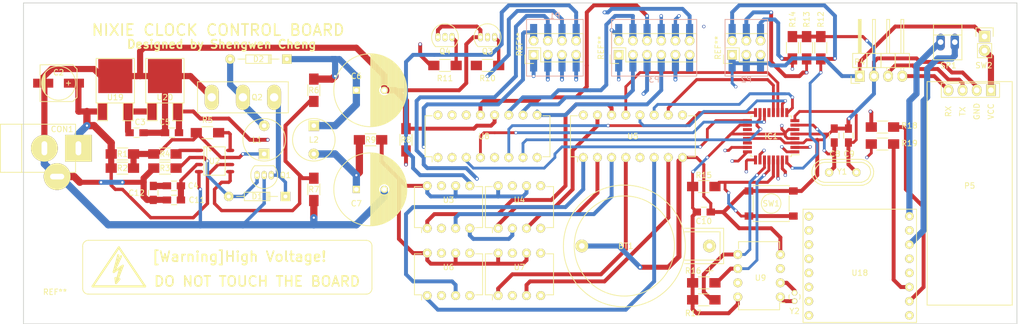
<source format=kicad_pcb>
(kicad_pcb (version 4) (host pcbnew 4.0.2-4+6225~38~ubuntu14.04.1-stable)
  (layers (0 F.Cu signal) (1 In1.Cu signal) (2 In2.Cu signal) (31 B.Cu signal) (34 B.Paste user) (35 F.Paste user) (36 B.SilkS user) (37 F.SilkS user) (38 B.Mask user) (39 F.Mask user) (44 Edge.Cuts user))
  (net 0 "")
  (net 1 /RTC/GND)
  (net 2 "Net-(BT1-Pad1)")
  (net 3 /power_supply/12V)
  (net 4 /RTC/5V)
  (net 5 "Net-(C6-Pad1)")
  (net 6 /nixie_control/170V)
  (net 7 Crystal1)
  (net 8 Ctystal2)
  (net 9 "Net-(D1-Pad2)")
  (net 10 "Net-(D1-Pad1)")
  (net 11 "Net-(D2-Pad2)")
  (net 12 Digit_A3)
  (net 13 Digit_A2)
  (net 14 Digit_A1)
  (net 15 Digit_A0)
  (net 16 Font_D)
  (net 17 Font_C)
  (net 18 Font_B)
  (net 19 Font_A)
  (net 20 right_comma)
  (net 21 left_comma)
  (net 22 /RTC/I2C_SDA)
  (net 23 /RTC/I2C_SCL)
  (net 24 Reset)
  (net 25 USART_RX)
  (net 26 USART_TX)
  (net 27 Mode_button)
  (net 28 "Net-(L1-Pad1)")
  (net 29 "Net-(P1-Pad1)")
  (net 30 "Net-(P1-Pad2)")
  (net 31 "Net-(P1-Pad3)")
  (net 32 "Net-(P1-Pad4)")
  (net 33 "Net-(P1-Pad5)")
  (net 34 "Net-(P1-Pad6)")
  (net 35 "Net-(P1-Pad7)")
  (net 36 "Net-(P1-Pad8)")
  (net 37 "Net-(Q3-Pad3)")
  (net 38 "Net-(Q4-Pad3)")
  (net 39 "Net-(R4-Pad2)")
  (net 40 "Net-(R5-Pad2)")
  (net 41 "Net-(R6-Pad2)")
  (net 42 "Net-(U3-Pad1)")
  (net 43 "Net-(U3-Pad3)")
  (net 44 "Net-(U4-Pad1)")
  (net 45 "Net-(U4-Pad3)")
  (net 46 "Net-(U5-Pad7)")
  (net 47 "Net-(U5-Pad6)")
  (net 48 "Net-(U5-Pad4)")
  (net 49 "Net-(U5-Pad1)")
  (net 50 "Net-(U9-Pad1)")
  (net 51 "Net-(U9-Pad2)")
  (net 52 "Net-(P3-Pad2)")
  (net 53 "Net-(P3-Pad1)")
  (net 54 "Net-(P3-Pad8)")
  (net 55 "Net-(P3-Pad7)")
  (net 56 "Net-(P3-Pad3)")
  (net 57 "Net-(P3-Pad4)")
  (net 58 "Net-(P3-Pad6)")
  (net 59 "Net-(P3-Pad5)")
  (net 60 "Net-(P3-Pad9)")
  (net 61 "Net-(P3-Pad10)")
  (net 62 _cathode_comma_left)
  (net 63 _cathode_comma_right)
  (net 64 Search_button)
  (net 65 Adjust_button)
  (net 66 "Net-(R8-Pad2)")
  (net 67 "Net-(R9-Pad1)")
  (net 68 MP3_TX)
  (net 69 MP3_RX)
  (net 70 "Net-(R18-Pad1)")
  (net 71 "Net-(R19-Pad1)")
  (net 72 "Net-(SP1-Pad1)")
  (net 73 "Net-(SP1-Pad2)")
  (net 74 "Net-(C3-Pad1)")
  (net 75 "Net-(C11-Pad1)")
  (net 76 "Net-(C12-Pad1)")
  (net 77 "Net-(P5-Pad4)")
  (module Connect:CR2032H (layer F.Cu) (at 159.69488 119.59844)
    (fp_text reference BT1 (at 0.254 0) (layer F.SilkS))
    (fp_text value CR1220)
    (pad 2 thru_hole circle (at -7.62 0) (size 2.286 2.286) (drill 1.016) (layers *.Cu *.Mask F.SilkS) (net 1 /RTC/GND))
    (pad 1 thru_hole circle (at 15.24 0) (size 2.286 2.286) (drill 1.016) (layers *.Cu *.Mask F.SilkS) (net 2 "Net-(BT1-Pad1)"))
  )
  (module Housings_DIP:DIP-8_W7.62mm (layer F.Cu) (at 137.08888 116.42344 90)
    (fp_text reference U4 (at 5.08 3.81 180) (layer F.SilkS))
    (fp_text value TLP521)
    (pad 1 thru_hole oval (at 0 0 90) (size 1.6 1.6) (drill 0.8) (layers *.Cu *.Mask F.SilkS) (net 44 "Net-(U4-Pad1)"))
    (pad 2 thru_hole oval (at 0 2.54 90) (size 1.6 1.6) (drill 0.8) (layers *.Cu *.Mask F.SilkS) (net 66 "Net-(R8-Pad2)"))
    (pad 3 thru_hole oval (at 0 5.08 90) (size 1.6 1.6) (drill 0.8) (layers *.Cu *.Mask F.SilkS) (net 45 "Net-(U4-Pad3)"))
    (pad 4 thru_hole oval (at 0 7.62 90) (size 1.6 1.6) (drill 0.8) (layers *.Cu *.Mask F.SilkS) (net 66 "Net-(R8-Pad2)"))
    (pad 5 thru_hole oval (at 7.62 7.62 90) (size 1.6 1.6) (drill 0.8) (layers *.Cu *.Mask F.SilkS) (net 34 "Net-(P1-Pad6)"))
    (pad 6 thru_hole oval (at 7.62 5.08 90) (size 1.6 1.6) (drill 0.8) (layers *.Cu *.Mask F.SilkS) (net 67 "Net-(R9-Pad1)"))
    (pad 7 thru_hole oval (at 7.62 2.54 90) (size 1.6 1.6) (drill 0.8) (layers *.Cu *.Mask F.SilkS) (net 33 "Net-(P1-Pad5)"))
    (pad 8 thru_hole oval (at 7.62 0 90) (size 1.6 1.6) (drill 0.8) (layers *.Cu *.Mask F.SilkS) (net 67 "Net-(R9-Pad1)"))
  )
  (module Housings_DIP:DIP-8_W7.62mm (layer F.Cu) (at 137.08888 128.48844 90)
    (fp_text reference U7 (at 5.08 3.81 180) (layer F.SilkS))
    (fp_text value TLP521)
    (pad 1 thru_hole oval (at 0 0 90) (size 1.6 1.6) (drill 0.8) (layers *.Cu *.Mask F.SilkS) (net 48 "Net-(U5-Pad4)"))
    (pad 2 thru_hole oval (at 0 2.54 90) (size 1.6 1.6) (drill 0.8) (layers *.Cu *.Mask F.SilkS) (net 66 "Net-(R8-Pad2)"))
    (pad 3 thru_hole oval (at 0 5.08 90) (size 1.6 1.6) (drill 0.8) (layers *.Cu *.Mask F.SilkS) (net 46 "Net-(U5-Pad7)"))
    (pad 4 thru_hole oval (at 0 7.62 90) (size 1.6 1.6) (drill 0.8) (layers *.Cu *.Mask F.SilkS) (net 66 "Net-(R8-Pad2)"))
    (pad 5 thru_hole oval (at 7.62 7.62 90) (size 1.6 1.6) (drill 0.8) (layers *.Cu *.Mask F.SilkS) (net 30 "Net-(P1-Pad2)"))
    (pad 6 thru_hole oval (at 7.62 5.08 90) (size 1.6 1.6) (drill 0.8) (layers *.Cu *.Mask F.SilkS) (net 67 "Net-(R9-Pad1)"))
    (pad 7 thru_hole oval (at 7.62 2.54 90) (size 1.6 1.6) (drill 0.8) (layers *.Cu *.Mask F.SilkS) (net 29 "Net-(P1-Pad1)"))
    (pad 8 thru_hole oval (at 7.62 0 90) (size 1.6 1.6) (drill 0.8) (layers *.Cu *.Mask F.SilkS) (net 67 "Net-(R9-Pad1)"))
  )
  (module Capacitors_ThroughHole:C_Radial_D13_L21_P5 (layer F.Cu) (at 111.68888 109.43844)
    (fp_text reference C7 (at 0 2.54) (layer F.SilkS))
    (fp_text value 33uf/250v)
    (pad 1 thru_hole rect (at 0 0) (size 1.3 1.3) (drill 0.8) (layers *.Cu *.Mask F.SilkS) (net 6 /nixie_control/170V))
    (pad 2 thru_hole circle (at 5 0) (size 1.3 1.3) (drill 0.8) (layers *.Cu *.Mask F.SilkS) (net 1 /RTC/GND))
  )
  (module Capacitors_SMD:C_0805_HandSoldering (layer F.Cu) (at 72.31888 99.27844)
    (fp_text reference C3 (at 0.635 -1.905) (layer F.SilkS))
    (fp_text value 0.1uf)
    (pad 1 smd rect (at -1.25 0) (size 1.5 1.25) (layers F.Cu F.Paste F.Mask) (net 74 "Net-(C3-Pad1)"))
    (pad 2 smd rect (at 1.25 0) (size 1.5 1.25) (layers F.Cu F.Paste F.Mask) (net 1 /RTC/GND))
  )
  (module Capacitors_SMD:C_0805_HandSoldering (layer F.Cu) (at 79.016 108.80344 180)
    (fp_text reference C4 (at -3.46288 0 180) (layer F.SilkS))
    (fp_text value 1000pf)
    (pad 1 smd rect (at -1.25 0 180) (size 1.5 1.25) (layers F.Cu F.Paste F.Mask) (net 75 "Net-(C11-Pad1)"))
    (pad 2 smd rect (at 1.25 0 180) (size 1.5 1.25) (layers F.Cu F.Paste F.Mask) (net 76 "Net-(C12-Pad1)"))
  )
  (module Capacitors_SMD:C_0805_HandSoldering (layer F.Cu) (at 78.66888 99.27844 180)
    (fp_text reference C5 (at 1.27 1.905 180) (layer F.SilkS))
    (fp_text value 0.1uf)
    (pad 1 smd rect (at -1.25 0 180) (size 1.5 1.25) (layers F.Cu F.Paste F.Mask) (net 4 /RTC/5V))
    (pad 2 smd rect (at 1.25 0 180) (size 1.5 1.25) (layers F.Cu F.Paste F.Mask) (net 1 /RTC/GND))
  )
  (module Capacitors_ThroughHole:C_Radial_D13_L21_P5 (layer F.Cu) (at 111.68888 91.65844)
    (fp_text reference C6 (at 0 -2.54) (layer F.SilkS))
    (fp_text value 33v/250v)
    (pad 1 thru_hole rect (at 0 0) (size 1.3 1.3) (drill 0.8) (layers *.Cu *.Mask F.SilkS) (net 5 "Net-(C6-Pad1)"))
    (pad 2 thru_hole circle (at 5 0) (size 1.3 1.3) (drill 0.8) (layers *.Cu *.Mask F.SilkS) (net 1 /RTC/GND))
  )
  (module Capacitors_SMD:C_0805_HandSoldering (layer F.Cu) (at 197.28688 99.78644 90)
    (fp_text reference C8 (at -3.302 0.127 180) (layer F.SilkS))
    (fp_text value 22pf)
    (pad 1 smd rect (at -1.25 0 90) (size 1.5 1.25) (layers F.Cu F.Paste F.Mask) (net 7 Crystal1))
    (pad 2 smd rect (at 1.25 0 90) (size 1.5 1.25) (layers F.Cu F.Paste F.Mask) (net 1 /RTC/GND))
  )
  (module Capacitors_SMD:C_0805_HandSoldering (layer F.Cu) (at 199.82688 99.78644 90)
    (fp_text reference C9 (at -3.302 0.127 180) (layer F.SilkS))
    (fp_text value 22pf)
    (pad 1 smd rect (at -1.25 0 90) (size 1.5 1.25) (layers F.Cu F.Paste F.Mask) (net 8 Ctystal2))
    (pad 2 smd rect (at 1.25 0 90) (size 1.5 1.25) (layers F.Cu F.Paste F.Mask) (net 1 /RTC/GND))
  )
  (module Capacitors_SMD:C_0805_HandSoldering (layer F.Cu) (at 173.91888 113.50244 180)
    (fp_text reference C10 (at 0 -1.651 180) (layer F.SilkS))
    (fp_text value 0.1uf)
    (pad 1 smd rect (at -1.25 0 180) (size 1.5 1.25) (layers F.Cu F.Paste F.Mask) (net 1 /RTC/GND))
    (pad 2 smd rect (at 1.25 0 180) (size 1.5 1.25) (layers F.Cu F.Paste F.Mask) (net 4 /RTC/5V))
  )
  (module Capacitors_SMD:C_0805_HandSoldering (layer F.Cu) (at 79.016 111.34344 180)
    (fp_text reference C11 (at -4.09788 0 180) (layer F.SilkS))
    (fp_text value 1000pf)
    (pad 1 smd rect (at -1.25 0 180) (size 1.5 1.25) (layers F.Cu F.Paste F.Mask) (net 75 "Net-(C11-Pad1)"))
    (pad 2 smd rect (at 1.25 0 180) (size 1.5 1.25) (layers F.Cu F.Paste F.Mask) (net 1 /RTC/GND))
  )
  (module Capacitors_SMD:C_0805_HandSoldering (layer F.Cu) (at 75.316 110.07344 270)
    (fp_text reference C12 (at 0 2.99712 360) (layer F.SilkS))
    (fp_text value 1000pf)
    (pad 1 smd rect (at -1.25 0 270) (size 1.5 1.25) (layers F.Cu F.Paste F.Mask) (net 76 "Net-(C12-Pad1)"))
    (pad 2 smd rect (at 1.25 0 270) (size 1.5 1.25) (layers F.Cu F.Paste F.Mask) (net 1 /RTC/GND))
  )
  (module Diodes_ThroughHole:Diode_DO-35_SOD27_Horizontal_RM10 (layer F.Cu) (at 98.98888 110.70844 180)
    (fp_text reference D1 (at 5.08 0 180) (layer F.SilkS))
    (fp_text value 1N4148)
    (pad 2 thru_hole circle (at 10.16052 -0.00254) (size 1.69926 1.69926) (drill 0.70104) (layers *.Cu *.Mask F.SilkS) (net 9 "Net-(D1-Pad2)"))
    (pad 1 thru_hole rect (at 0.00052 -0.00254) (size 1.69926 1.69926) (drill 0.70104) (layers *.Cu *.Mask F.SilkS) (net 10 "Net-(D1-Pad1)"))
  )
  (module Diodes_ThroughHole:Diode_DO-35_SOD27_Horizontal_RM10 (layer F.Cu) (at 99.24288 86.07044 180)
    (fp_text reference D2 (at 5.08 0 180) (layer F.SilkS))
    (fp_text value FR157)
    (pad 2 thru_hole circle (at 10.16052 -0.00254) (size 1.69926 1.69926) (drill 0.70104) (layers *.Cu *.Mask F.SilkS) (net 11 "Net-(D2-Pad2)"))
    (pad 1 thru_hole rect (at 0.00052 -0.00254) (size 1.69926 1.69926) (drill 0.70104) (layers *.Cu *.Mask F.SilkS) (net 5 "Net-(C6-Pad1)"))
  )
  (module Housings_QFP:TQFP-32_7x7mm_Pitch0.8mm (layer F.Cu) (at 185.98388 99.91344 180)
    (fp_text reference IC1 (at 0 0 180) (layer F.SilkS))
    (fp_text value ATMEGA328P-A)
    (pad 1 smd rect (at -4.25 -2.8 180) (size 1.6 0.55) (layers F.Cu F.Paste F.Mask) (net 64 Search_button))
    (pad 2 smd rect (at -4.25 -2 180) (size 1.6 0.55) (layers F.Cu F.Paste F.Mask) (net 65 Adjust_button))
    (pad 3 smd rect (at -4.25 -1.2 180) (size 1.6 0.55) (layers F.Cu F.Paste F.Mask) (net 1 /RTC/GND))
    (pad 4 smd rect (at -4.25 -0.4 180) (size 1.6 0.55) (layers F.Cu F.Paste F.Mask) (net 4 /RTC/5V))
    (pad 5 smd rect (at -4.25 0.4 180) (size 1.6 0.55) (layers F.Cu F.Paste F.Mask) (net 1 /RTC/GND))
    (pad 6 smd rect (at -4.25 1.2 180) (size 1.6 0.55) (layers F.Cu F.Paste F.Mask) (net 4 /RTC/5V))
    (pad 7 smd rect (at -4.25 2 180) (size 1.6 0.55) (layers F.Cu F.Paste F.Mask) (net 7 Crystal1))
    (pad 8 smd rect (at -4.25 2.8 180) (size 1.6 0.55) (layers F.Cu F.Paste F.Mask) (net 8 Ctystal2))
    (pad 9 smd rect (at -2.8 4.25 270) (size 1.6 0.55) (layers F.Cu F.Paste F.Mask) (net 12 Digit_A3))
    (pad 10 smd rect (at -2 4.25 270) (size 1.6 0.55) (layers F.Cu F.Paste F.Mask) (net 13 Digit_A2))
    (pad 11 smd rect (at -1.2 4.25 270) (size 1.6 0.55) (layers F.Cu F.Paste F.Mask) (net 14 Digit_A1))
    (pad 12 smd rect (at -0.4 4.25 270) (size 1.6 0.55) (layers F.Cu F.Paste F.Mask) (net 15 Digit_A0))
    (pad 13 smd rect (at 0.4 4.25 270) (size 1.6 0.55) (layers F.Cu F.Paste F.Mask))
    (pad 14 smd rect (at 1.2 4.25 270) (size 1.6 0.55) (layers F.Cu F.Paste F.Mask) (net 16 Font_D))
    (pad 15 smd rect (at 2 4.25 270) (size 1.6 0.55) (layers F.Cu F.Paste F.Mask) (net 17 Font_C))
    (pad 16 smd rect (at 2.8 4.25 270) (size 1.6 0.55) (layers F.Cu F.Paste F.Mask) (net 18 Font_B))
    (pad 17 smd rect (at 4.25 2.8 180) (size 1.6 0.55) (layers F.Cu F.Paste F.Mask) (net 19 Font_A))
    (pad 18 smd rect (at 4.25 2 180) (size 1.6 0.55) (layers F.Cu F.Paste F.Mask) (net 4 /RTC/5V))
    (pad 19 smd rect (at 4.25 1.2 180) (size 1.6 0.55) (layers F.Cu F.Paste F.Mask))
    (pad 20 smd rect (at 4.25 0.4 180) (size 1.6 0.55) (layers F.Cu F.Paste F.Mask) (net 4 /RTC/5V))
    (pad 21 smd rect (at 4.25 -0.4 180) (size 1.6 0.55) (layers F.Cu F.Paste F.Mask) (net 1 /RTC/GND))
    (pad 22 smd rect (at 4.25 -1.2 180) (size 1.6 0.55) (layers F.Cu F.Paste F.Mask))
    (pad 23 smd rect (at 4.25 -2 180) (size 1.6 0.55) (layers F.Cu F.Paste F.Mask) (net 20 right_comma))
    (pad 24 smd rect (at 4.25 -2.8 180) (size 1.6 0.55) (layers F.Cu F.Paste F.Mask) (net 21 left_comma))
    (pad 25 smd rect (at 2.8 -4.25 270) (size 1.6 0.55) (layers F.Cu F.Paste F.Mask) (net 68 MP3_TX))
    (pad 26 smd rect (at 2 -4.25 270) (size 1.6 0.55) (layers F.Cu F.Paste F.Mask) (net 69 MP3_RX))
    (pad 27 smd rect (at 1.2 -4.25 270) (size 1.6 0.55) (layers F.Cu F.Paste F.Mask) (net 22 /RTC/I2C_SDA))
    (pad 28 smd rect (at 0.4 -4.25 270) (size 1.6 0.55) (layers F.Cu F.Paste F.Mask) (net 23 /RTC/I2C_SCL))
    (pad 29 smd rect (at -0.4 -4.25 270) (size 1.6 0.55) (layers F.Cu F.Paste F.Mask) (net 24 Reset))
    (pad 30 smd rect (at -1.2 -4.25 270) (size 1.6 0.55) (layers F.Cu F.Paste F.Mask) (net 25 USART_RX))
    (pad 31 smd rect (at -2 -4.25 270) (size 1.6 0.55) (layers F.Cu F.Paste F.Mask) (net 26 USART_TX))
    (pad 32 smd rect (at -2.8 -4.25 270) (size 1.6 0.55) (layers F.Cu F.Paste F.Mask) (net 27 Mode_button))
  )
  (module Inductors:INDUCTOR_V (layer F.Cu) (at 95.17888 100.54844 90)
    (fp_text reference L1 (at 0 -1.27 180) (layer F.SilkS))
    (fp_text value 220uh)
    (pad 1 thru_hole rect (at -2.54 0 90) (size 1.905 1.905) (drill 0.8128) (layers *.Cu *.Mask F.SilkS) (net 28 "Net-(L1-Pad1)"))
    (pad 2 thru_hole circle (at 2.54 0 90) (size 1.905 1.905) (drill 0.8128) (layers *.Cu *.Mask F.SilkS) (net 11 "Net-(D2-Pad2)"))
  )
  (module Inductors:INDUCTOR_V (layer F.Cu) (at 104.06888 100.54844 270)
    (fp_text reference L2 (at 0 0 360) (layer F.SilkS))
    (fp_text value 22uh)
    (pad 1 thru_hole rect (at -2.54 0 270) (size 1.905 1.905) (drill 0.8128) (layers *.Cu *.Mask F.SilkS) (net 5 "Net-(C6-Pad1)"))
    (pad 2 thru_hole circle (at 2.54 0 270) (size 1.905 1.905) (drill 0.8128) (layers *.Cu *.Mask F.SilkS) (net 6 /nixie_control/170V))
  )
  (module TO_SOT_Packages_THT:TO-92_Inline_Narrow_Oval (layer F.Cu) (at 96.44888 106.89844 180)
    (fp_text reference Q1 (at -2.54 0 180) (layer F.SilkS))
    (fp_text value 2SB647)
    (pad 2 thru_hole oval (at 1.27 0) (size 0.89916 1.50114) (drill 0.6) (layers *.Cu *.Mask F.SilkS) (net 1 /RTC/GND))
    (pad 3 thru_hole oval (at 2.54 0) (size 0.89916 1.50114) (drill 0.6) (layers *.Cu *.Mask F.SilkS) (net 9 "Net-(D1-Pad2)"))
    (pad 1 thru_hole oval (at 0 0) (size 0.89916 1.50114) (drill 0.6) (layers *.Cu *.Mask F.SilkS) (net 10 "Net-(D1-Pad1)"))
  )
  (module TO_SOT_Packages_THT:TO-247_Vertical_Neutral123 (layer F.Cu) (at 91.36888 92.92844 180)
    (fp_text reference Q2 (at -2.54 0 180) (layer F.SilkS))
    (fp_text value 2SK2611)
    (pad 2 thru_hole oval (at 0 0 270) (size 4.50088 2.49936) (drill 1.50114) (layers *.Cu *.Mask F.SilkS) (net 11 "Net-(D2-Pad2)"))
    (pad 1 thru_hole oval (at -5.588 0 270) (size 4.50088 2.49936) (drill 1.50114) (layers *.Cu *.Mask F.SilkS) (net 10 "Net-(D1-Pad1)"))
    (pad 3 thru_hole oval (at 5.588 0 270) (size 4.50088 2.49936) (drill 1.50114) (layers *.Cu *.Mask F.SilkS) (net 1 /RTC/GND))
  )
  (module TO_SOT_Packages_THT:TO-92_Inline_Narrow_Oval (layer F.Cu) (at 133.91388 82.13344)
    (fp_text reference Q3 (at 1.27 2.54) (layer F.SilkS))
    (fp_text value Q_NPN_EBC)
    (pad 2 thru_hole oval (at 1.27 0 180) (size 0.89916 1.50114) (drill 0.6) (layers *.Cu *.Mask F.SilkS) (net 21 left_comma))
    (pad 3 thru_hole oval (at 2.54 0 180) (size 0.89916 1.50114) (drill 0.6) (layers *.Cu *.Mask F.SilkS) (net 37 "Net-(Q3-Pad3)"))
    (pad 1 thru_hole oval (at 0 0 180) (size 0.89916 1.50114) (drill 0.6) (layers *.Cu *.Mask F.SilkS) (net 1 /RTC/GND))
  )
  (module TO_SOT_Packages_THT:TO-92_Inline_Narrow_Oval (layer F.Cu) (at 126.29388 82.13344)
    (fp_text reference Q4 (at 1.27 2.54) (layer F.SilkS))
    (fp_text value Q_NPN_EBC)
    (pad 2 thru_hole oval (at 1.27 0 180) (size 0.89916 1.50114) (drill 0.6) (layers *.Cu *.Mask F.SilkS) (net 20 right_comma))
    (pad 3 thru_hole oval (at 2.54 0 180) (size 0.89916 1.50114) (drill 0.6) (layers *.Cu *.Mask F.SilkS) (net 38 "Net-(Q4-Pad3)"))
    (pad 1 thru_hole oval (at 0 0 180) (size 0.89916 1.50114) (drill 0.6) (layers *.Cu *.Mask F.SilkS) (net 1 /RTC/GND))
  )
  (module Resistors_SMD:R_1206_HandSoldering (layer F.Cu) (at 69.77888 103.08844)
    (fp_text reference R1 (at 0 0) (layer F.SilkS))
    (fp_text value 0.5ohm)
    (pad 1 smd rect (at -2 0) (size 2 1.7) (layers F.Cu F.Paste F.Mask) (net 3 /power_supply/12V))
    (pad 2 smd rect (at 2 0) (size 2 1.7) (layers F.Cu F.Paste F.Mask) (net 28 "Net-(L1-Pad1)"))
  )
  (module Resistors_SMD:R_1206_HandSoldering (layer F.Cu) (at 69.77888 105.62844)
    (fp_text reference R2 (at 0 0) (layer F.SilkS))
    (fp_text value 0.5ohm)
    (pad 1 smd rect (at -2 0) (size 2 1.7) (layers F.Cu F.Paste F.Mask) (net 3 /power_supply/12V))
    (pad 2 smd rect (at 2 0) (size 2 1.7) (layers F.Cu F.Paste F.Mask) (net 28 "Net-(L1-Pad1)"))
  )
  (module Resistors_SMD:R_1206_HandSoldering (layer F.Cu) (at 77.39888 105.62844 180)
    (fp_text reference R3 (at 0 0 180) (layer F.SilkS))
    (fp_text value "1k ohm")
    (pad 1 smd rect (at -2 0 180) (size 2 1.7) (layers F.Cu F.Paste F.Mask) (net 9 "Net-(D1-Pad2)"))
    (pad 2 smd rect (at 2 0 180) (size 2 1.7) (layers F.Cu F.Paste F.Mask) (net 1 /RTC/GND))
  )
  (module Resistors_SMD:R_1206_HandSoldering (layer F.Cu) (at 77.39888 103.08844)
    (fp_text reference R4 (at 0 0) (layer F.SilkS))
    (fp_text value "1k ohm")
    (pad 1 smd rect (at -2 0) (size 2 1.7) (layers F.Cu F.Paste F.Mask) (net 28 "Net-(L1-Pad1)"))
    (pad 2 smd rect (at 2 0) (size 2 1.7) (layers F.Cu F.Paste F.Mask) (net 39 "Net-(R4-Pad2)"))
  )
  (module Resistors_SMD:R_1206_HandSoldering (layer F.Cu) (at 85.01888 99.27844)
    (fp_text reference R5 (at 0 -2.3) (layer F.SilkS))
    (fp_text value 620ohm)
    (pad 1 smd rect (at -2 0) (size 2 1.7) (layers F.Cu F.Paste F.Mask) (net 28 "Net-(L1-Pad1)"))
    (pad 2 smd rect (at 2 0) (size 2 1.7) (layers F.Cu F.Paste F.Mask) (net 40 "Net-(R5-Pad2)"))
  )
  (module Resistors_SMD:R_1206_HandSoldering (layer F.Cu) (at 104.06888 91.65844 270)
    (fp_text reference R6 (at 0 0 360) (layer F.SilkS))
    (fp_text value "100k ohm")
    (pad 1 smd rect (at -2 0 270) (size 2 1.7) (layers F.Cu F.Paste F.Mask) (net 5 "Net-(C6-Pad1)"))
    (pad 2 smd rect (at 2 0 270) (size 2 1.7) (layers F.Cu F.Paste F.Mask) (net 41 "Net-(R6-Pad2)"))
  )
  (module Resistors_SMD:R_1206_HandSoldering (layer F.Cu) (at 104.06888 109.43844 270)
    (fp_text reference R7 (at 0 0 360) (layer F.SilkS))
    (fp_text value "760 ohm")
    (pad 1 smd rect (at -2 0 270) (size 2 1.7) (layers F.Cu F.Paste F.Mask) (net 41 "Net-(R6-Pad2)"))
    (pad 2 smd rect (at 2 0 270) (size 2 1.7) (layers F.Cu F.Paste F.Mask) (net 1 /RTC/GND))
  )
  (module Resistors_SMD:R_1206_HandSoldering (layer F.Cu) (at 120.57888 100.54844 270)
    (fp_text reference R8 (at 0 0 360) (layer F.SilkS))
    (fp_text value 330ohm)
    (pad 1 smd rect (at -2 0 270) (size 2 1.7) (layers F.Cu F.Paste F.Mask) (net 1 /RTC/GND))
    (pad 2 smd rect (at 2 0 270) (size 2 1.7) (layers F.Cu F.Paste F.Mask) (net 66 "Net-(R8-Pad2)"))
  )
  (module Resistors_SMD:R_1206_HandSoldering (layer F.Cu) (at 114.22888 100.54844 180)
    (fp_text reference R9 (at 0 0 180) (layer F.SilkS))
    (fp_text value "18k ohm")
    (pad 1 smd rect (at -2 0 180) (size 2 1.7) (layers F.Cu F.Paste F.Mask) (net 67 "Net-(R9-Pad1)"))
    (pad 2 smd rect (at 2 0 180) (size 2 1.7) (layers F.Cu F.Paste F.Mask) (net 6 /nixie_control/170V))
  )
  (module Resistors_SMD:R_1206_HandSoldering (layer F.Cu) (at 135.18388 87.21344 180)
    (fp_text reference R10 (at 0 -2.3 180) (layer F.SilkS))
    (fp_text value R)
    (pad 1 smd rect (at -2 0 180) (size 2 1.7) (layers F.Cu F.Paste F.Mask) (net 37 "Net-(Q3-Pad3)"))
    (pad 2 smd rect (at 2 0 180) (size 2 1.7) (layers F.Cu F.Paste F.Mask) (net 62 _cathode_comma_left))
  )
  (module Resistors_SMD:R_1206_HandSoldering (layer F.Cu) (at 127.56388 87.21344 180)
    (fp_text reference R11 (at 0 -2.3 180) (layer F.SilkS))
    (fp_text value R)
    (pad 1 smd rect (at -2 0 180) (size 2 1.7) (layers F.Cu F.Paste F.Mask) (net 38 "Net-(Q4-Pad3)"))
    (pad 2 smd rect (at 2 0 180) (size 2 1.7) (layers F.Cu F.Paste F.Mask) (net 63 _cathode_comma_right))
  )
  (module Resistors_SMD:R_1206_HandSoldering (layer F.Cu) (at 194.87388 84.03844 270)
    (fp_text reference R12 (at -5.08 0 270) (layer F.SilkS))
    (fp_text value 330ohm)
    (pad 1 smd rect (at -2 0 270) (size 2 1.7) (layers F.Cu F.Paste F.Mask) (net 1 /RTC/GND))
    (pad 2 smd rect (at 2 0 270) (size 2 1.7) (layers F.Cu F.Paste F.Mask) (net 27 Mode_button))
  )
  (module Resistors_SMD:R_1206_HandSoldering (layer F.Cu) (at 192.33388 84.03844 270)
    (fp_text reference R13 (at -5.08 0 270) (layer F.SilkS))
    (fp_text value 330ohm)
    (pad 1 smd rect (at -2 0 270) (size 2 1.7) (layers F.Cu F.Paste F.Mask) (net 1 /RTC/GND))
    (pad 2 smd rect (at 2 0 270) (size 2 1.7) (layers F.Cu F.Paste F.Mask) (net 65 Adjust_button))
  )
  (module Resistors_SMD:R_1206_HandSoldering (layer F.Cu) (at 189.79388 84.03844 270)
    (fp_text reference R14 (at -5.08 0 270) (layer F.SilkS))
    (fp_text value 330ohm)
    (pad 1 smd rect (at -2 0 270) (size 2 1.7) (layers F.Cu F.Paste F.Mask) (net 1 /RTC/GND))
    (pad 2 smd rect (at 2 0 270) (size 2 1.7) (layers F.Cu F.Paste F.Mask) (net 64 Search_button))
  )
  (module Resistors_SMD:R_1206_HandSoldering (layer F.Cu) (at 173.91888 108.93044 180)
    (fp_text reference R15 (at 0 2.032 180) (layer F.SilkS))
    (fp_text value "10k ohm")
    (pad 1 smd rect (at -2 0 180) (size 2 1.7) (layers F.Cu F.Paste F.Mask) (net 24 Reset))
    (pad 2 smd rect (at 2 0 180) (size 2 1.7) (layers F.Cu F.Paste F.Mask) (net 4 /RTC/5V))
  )
  (module Resistors_SMD:R_1206_HandSoldering (layer F.Cu) (at 173.91888 126.20244)
    (fp_text reference R16 (at -1.905 -2.159) (layer F.SilkS))
    (fp_text value "4.7k ohm")
    (pad 1 smd rect (at -2 0) (size 2 1.7) (layers F.Cu F.Paste F.Mask) (net 4 /RTC/5V))
    (pad 2 smd rect (at 2 0) (size 2 1.7) (layers F.Cu F.Paste F.Mask) (net 23 /RTC/I2C_SCL))
  )
  (module Resistors_SMD:R_1206_HandSoldering (layer F.Cu) (at 173.91888 129.25044)
    (fp_text reference R17 (at -1.905 2.413) (layer F.SilkS))
    (fp_text value "4.7k ohm")
    (pad 1 smd rect (at -2 0) (size 2 1.7) (layers F.Cu F.Paste F.Mask) (net 4 /RTC/5V))
    (pad 2 smd rect (at 2 0) (size 2 1.7) (layers F.Cu F.Paste F.Mask) (net 22 /RTC/I2C_SDA))
  )
  (module Resistors_SMD:R_1206_HandSoldering (layer F.Cu) (at 205.92288 101.31044 180)
    (fp_text reference R19 (at -4.826 0.127 180) (layer F.SilkS))
    (fp_text value "1k ohm")
    (pad 1 smd rect (at -2 0 180) (size 2 1.7) (layers F.Cu F.Paste F.Mask) (net 71 "Net-(R19-Pad1)"))
    (pad 2 smd rect (at 2 0 180) (size 2 1.7) (layers F.Cu F.Paste F.Mask) (net 68 MP3_TX))
  )
  (module Connect:PINHEAD1-2 (layer F.Cu) (at 217.60688 83.02244)
    (fp_text reference SP1 (at 0.127 4.191) (layer F.SilkS))
    (fp_text value SPEAKER)
    (pad 1 thru_hole oval (at -1.27 0) (size 1.50622 3.01498) (drill 0.99822) (layers *.Cu *.Mask) (net 72 "Net-(SP1-Pad1)"))
    (pad 2 thru_hole oval (at 1.27 0) (size 1.50622 3.01498) (drill 0.99822) (layers *.Cu *.Mask) (net 73 "Net-(SP1-Pad2)"))
  )
  (module Buttons_Switches_SMD:SW_SPST_PTS645 (layer F.Cu) (at 185.98388 111.97844)
    (fp_text reference SW1 (at 0 0) (layer F.SilkS))
    (fp_text value SW_PUSH)
    (pad 2 smd rect (at -3.975 2.25) (size 1.55 1.3) (layers F.Cu F.Paste F.Mask) (net 24 Reset))
    (pad 1 smd rect (at -3.975 -2.25) (size 1.55 1.3) (layers F.Cu F.Paste F.Mask) (net 1 /RTC/GND))
    (pad 1 smd rect (at 3.975 -2.25) (size 1.55 1.3) (layers F.Cu F.Paste F.Mask) (net 1 /RTC/GND))
    (pad 2 smd rect (at 3.975 2.25) (size 1.55 1.3) (layers F.Cu F.Paste F.Mask) (net 24 Reset))
  )
  (module Power_Integrations:SO-8 (layer F.Cu) (at 86.28888 104.35844 270)
    (fp_text reference U2 (at 0 0 360) (layer F.SilkS))
    (fp_text value MC34063A)
    (pad 1 smd oval (at -1.905 2.794 270) (size 0.6096 1.4732) (layers F.Cu F.Paste F.Mask) (net 39 "Net-(R4-Pad2)"))
    (pad 2 smd oval (at -0.635 2.794 270) (size 0.6096 1.4732) (layers F.Cu F.Paste F.Mask) (net 9 "Net-(D1-Pad2)"))
    (pad 3 smd oval (at 0.635 2.794 270) (size 0.6096 1.4732) (layers F.Cu F.Paste F.Mask) (net 75 "Net-(C11-Pad1)"))
    (pad 4 smd oval (at 1.905 2.794 270) (size 0.6096 1.4732) (layers F.Cu F.Paste F.Mask) (net 1 /RTC/GND))
    (pad 5 smd oval (at 1.905 -2.794 270) (size 0.6096 1.4732) (layers F.Cu F.Paste F.Mask) (net 41 "Net-(R6-Pad2)"))
    (pad 6 smd oval (at 0.635 -2.794 270) (size 0.6096 1.4732) (layers F.Cu F.Paste F.Mask) (net 3 /power_supply/12V))
    (pad 7 smd oval (at -0.635 -2.794 270) (size 0.6096 1.4732) (layers F.Cu F.Paste F.Mask) (net 28 "Net-(L1-Pad1)"))
    (pad 8 smd oval (at -1.905 -2.794 270) (size 0.6096 1.4732) (layers F.Cu F.Paste F.Mask) (net 40 "Net-(R5-Pad2)"))
  )
  (module Housings_DIP:DIP-8_W7.62mm (layer F.Cu) (at 124.38888 116.42344 90)
    (fp_text reference U3 (at 5.08 3.81 180) (layer F.SilkS))
    (fp_text value TLP521)
    (pad 1 thru_hole oval (at 0 0 90) (size 1.6 1.6) (drill 0.8) (layers *.Cu *.Mask F.SilkS) (net 42 "Net-(U3-Pad1)"))
    (pad 2 thru_hole oval (at 0 2.54 90) (size 1.6 1.6) (drill 0.8) (layers *.Cu *.Mask F.SilkS) (net 66 "Net-(R8-Pad2)"))
    (pad 3 thru_hole oval (at 0 5.08 90) (size 1.6 1.6) (drill 0.8) (layers *.Cu *.Mask F.SilkS) (net 43 "Net-(U3-Pad3)"))
    (pad 4 thru_hole oval (at 0 7.62 90) (size 1.6 1.6) (drill 0.8) (layers *.Cu *.Mask F.SilkS) (net 66 "Net-(R8-Pad2)"))
    (pad 5 thru_hole oval (at 7.62 7.62 90) (size 1.6 1.6) (drill 0.8) (layers *.Cu *.Mask F.SilkS) (net 36 "Net-(P1-Pad8)"))
    (pad 6 thru_hole oval (at 7.62 5.08 90) (size 1.6 1.6) (drill 0.8) (layers *.Cu *.Mask F.SilkS) (net 67 "Net-(R9-Pad1)"))
    (pad 7 thru_hole oval (at 7.62 2.54 90) (size 1.6 1.6) (drill 0.8) (layers *.Cu *.Mask F.SilkS) (net 35 "Net-(P1-Pad7)"))
    (pad 8 thru_hole oval (at 7.62 0 90) (size 1.6 1.6) (drill 0.8) (layers *.Cu *.Mask F.SilkS) (net 67 "Net-(R9-Pad1)"))
  )
  (module Housings_DIP:DIP-16_W7.62mm (layer F.Cu) (at 152.32888 103.72344 90)
    (fp_text reference U5 (at 3.81 8.89 180) (layer F.SilkS))
    (fp_text value HEF4028)
    (pad 1 thru_hole oval (at 0 0 90) (size 1.6 1.6) (drill 0.8) (layers *.Cu *.Mask F.SilkS) (net 49 "Net-(U5-Pad1)"))
    (pad 2 thru_hole oval (at 0 2.54 90) (size 1.6 1.6) (drill 0.8) (layers *.Cu *.Mask F.SilkS) (net 45 "Net-(U4-Pad3)"))
    (pad 3 thru_hole oval (at 0 5.08 90) (size 1.6 1.6) (drill 0.8) (layers *.Cu *.Mask F.SilkS) (net 43 "Net-(U3-Pad3)"))
    (pad 4 thru_hole oval (at 0 7.62 90) (size 1.6 1.6) (drill 0.8) (layers *.Cu *.Mask F.SilkS) (net 48 "Net-(U5-Pad4)"))
    (pad 5 thru_hole oval (at 0 10.16 90) (size 1.6 1.6) (drill 0.8) (layers *.Cu *.Mask F.SilkS))
    (pad 6 thru_hole oval (at 0 12.7 90) (size 1.6 1.6) (drill 0.8) (layers *.Cu *.Mask F.SilkS) (net 47 "Net-(U5-Pad6)"))
    (pad 7 thru_hole oval (at 0 15.24 90) (size 1.6 1.6) (drill 0.8) (layers *.Cu *.Mask F.SilkS) (net 46 "Net-(U5-Pad7)"))
    (pad 8 thru_hole oval (at 0 17.78 90) (size 1.6 1.6) (drill 0.8) (layers *.Cu *.Mask F.SilkS) (net 1 /RTC/GND))
    (pad 9 thru_hole oval (at 7.62 17.78 90) (size 1.6 1.6) (drill 0.8) (layers *.Cu *.Mask F.SilkS))
    (pad 10 thru_hole oval (at 7.62 15.24 90) (size 1.6 1.6) (drill 0.8) (layers *.Cu *.Mask F.SilkS) (net 15 Digit_A0))
    (pad 11 thru_hole oval (at 7.62 12.7 90) (size 1.6 1.6) (drill 0.8) (layers *.Cu *.Mask F.SilkS) (net 12 Digit_A3))
    (pad 12 thru_hole oval (at 7.62 10.16 90) (size 1.6 1.6) (drill 0.8) (layers *.Cu *.Mask F.SilkS) (net 13 Digit_A2))
    (pad 13 thru_hole oval (at 7.62 7.62 90) (size 1.6 1.6) (drill 0.8) (layers *.Cu *.Mask F.SilkS) (net 14 Digit_A1))
    (pad 14 thru_hole oval (at 7.62 5.08 90) (size 1.6 1.6) (drill 0.8) (layers *.Cu *.Mask F.SilkS) (net 42 "Net-(U3-Pad1)"))
    (pad 15 thru_hole oval (at 7.62 2.54 90) (size 1.6 1.6) (drill 0.8) (layers *.Cu *.Mask F.SilkS) (net 44 "Net-(U4-Pad1)"))
    (pad 16 thru_hole oval (at 7.62 0 90) (size 1.6 1.6) (drill 0.8) (layers *.Cu *.Mask F.SilkS) (net 4 /RTC/5V))
  )
  (module Housings_DIP:DIP-8_W7.62mm (layer F.Cu) (at 124.38888 128.48844 90)
    (fp_text reference U6 (at 5.08 3.81 180) (layer F.SilkS))
    (fp_text value TLP521)
    (pad 1 thru_hole oval (at 0 0 90) (size 1.6 1.6) (drill 0.8) (layers *.Cu *.Mask F.SilkS) (net 47 "Net-(U5-Pad6)"))
    (pad 2 thru_hole oval (at 0 2.54 90) (size 1.6 1.6) (drill 0.8) (layers *.Cu *.Mask F.SilkS) (net 66 "Net-(R8-Pad2)"))
    (pad 3 thru_hole oval (at 0 5.08 90) (size 1.6 1.6) (drill 0.8) (layers *.Cu *.Mask F.SilkS) (net 49 "Net-(U5-Pad1)"))
    (pad 4 thru_hole oval (at 0 7.62 90) (size 1.6 1.6) (drill 0.8) (layers *.Cu *.Mask F.SilkS) (net 66 "Net-(R8-Pad2)"))
    (pad 5 thru_hole oval (at 7.62 7.62 90) (size 1.6 1.6) (drill 0.8) (layers *.Cu *.Mask F.SilkS) (net 32 "Net-(P1-Pad4)"))
    (pad 6 thru_hole oval (at 7.62 5.08 90) (size 1.6 1.6) (drill 0.8) (layers *.Cu *.Mask F.SilkS) (net 67 "Net-(R9-Pad1)"))
    (pad 7 thru_hole oval (at 7.62 2.54 90) (size 1.6 1.6) (drill 0.8) (layers *.Cu *.Mask F.SilkS) (net 31 "Net-(P1-Pad3)"))
    (pad 8 thru_hole oval (at 7.62 0 90) (size 1.6 1.6) (drill 0.8) (layers *.Cu *.Mask F.SilkS) (net 67 "Net-(R9-Pad1)"))
  )
  (module Housings_DIP:DIP-16_W7.62mm (layer F.Cu) (at 126.29388 103.72344 90)
    (fp_text reference U8 (at 3.81 8.255 180) (layer F.SilkS))
    (fp_text value K155ID1)
    (pad 1 thru_hole oval (at 0 0 90) (size 1.6 1.6) (drill 0.8) (layers *.Cu *.Mask F.SilkS) (net 52 "Net-(P3-Pad2)"))
    (pad 2 thru_hole oval (at 0 2.54 90) (size 1.6 1.6) (drill 0.8) (layers *.Cu *.Mask F.SilkS) (net 53 "Net-(P3-Pad1)"))
    (pad 3 thru_hole oval (at 0 5.08 90) (size 1.6 1.6) (drill 0.8) (layers *.Cu *.Mask F.SilkS) (net 19 Font_A))
    (pad 4 thru_hole oval (at 0 7.62 90) (size 1.6 1.6) (drill 0.8) (layers *.Cu *.Mask F.SilkS) (net 16 Font_D))
    (pad 5 thru_hole oval (at 0 10.16 90) (size 1.6 1.6) (drill 0.8) (layers *.Cu *.Mask F.SilkS) (net 4 /RTC/5V))
    (pad 6 thru_hole oval (at 0 12.7 90) (size 1.6 1.6) (drill 0.8) (layers *.Cu *.Mask F.SilkS) (net 18 Font_B))
    (pad 7 thru_hole oval (at 0 15.24 90) (size 1.6 1.6) (drill 0.8) (layers *.Cu *.Mask F.SilkS) (net 17 Font_C))
    (pad 8 thru_hole oval (at 0 17.78 90) (size 1.6 1.6) (drill 0.8) (layers *.Cu *.Mask F.SilkS) (net 54 "Net-(P3-Pad8)"))
    (pad 9 thru_hole oval (at 7.62 17.78 90) (size 1.6 1.6) (drill 0.8) (layers *.Cu *.Mask F.SilkS) (net 55 "Net-(P3-Pad7)"))
    (pad 10 thru_hole oval (at 7.62 15.24 90) (size 1.6 1.6) (drill 0.8) (layers *.Cu *.Mask F.SilkS) (net 56 "Net-(P3-Pad3)"))
    (pad 11 thru_hole oval (at 7.62 12.7 90) (size 1.6 1.6) (drill 0.8) (layers *.Cu *.Mask F.SilkS) (net 57 "Net-(P3-Pad4)"))
    (pad 12 thru_hole oval (at 7.62 10.16 90) (size 1.6 1.6) (drill 0.8) (layers *.Cu *.Mask F.SilkS) (net 1 /RTC/GND))
    (pad 13 thru_hole oval (at 7.62 7.62 90) (size 1.6 1.6) (drill 0.8) (layers *.Cu *.Mask F.SilkS) (net 58 "Net-(P3-Pad6)"))
    (pad 14 thru_hole oval (at 7.62 5.08 90) (size 1.6 1.6) (drill 0.8) (layers *.Cu *.Mask F.SilkS) (net 59 "Net-(P3-Pad5)"))
    (pad 15 thru_hole oval (at 7.62 2.54 90) (size 1.6 1.6) (drill 0.8) (layers *.Cu *.Mask F.SilkS) (net 60 "Net-(P3-Pad9)"))
    (pad 16 thru_hole oval (at 7.62 0 90) (size 1.6 1.6) (drill 0.8) (layers *.Cu *.Mask F.SilkS) (net 61 "Net-(P3-Pad10)"))
  )
  (module Crystals:Crystal_HC49-U_Vertical (layer F.Cu) (at 198.81088 106.39044)
    (fp_text reference Y1 (at -0.127 -0.127) (layer F.SilkS))
    (fp_text value 16MHZ)
    (pad 1 thru_hole circle (at -2.44094 0) (size 1.50114 1.50114) (drill 0.8001) (layers *.Cu *.Mask F.SilkS) (net 7 Crystal1))
    (pad 2 thru_hole circle (at 2.44094 0) (size 1.50114 1.50114) (drill 0.8001) (layers *.Cu *.Mask F.SilkS) (net 8 Ctystal2))
  )
  (module Crystals:Crystal_Round_Vertical_2mm (layer F.Cu) (at 190.17488 128.74244 90)
    (fp_text reference Y2 (at -2.54 0 180) (layer F.SilkS))
    (fp_text value 32.768khz)
    (pad 1 thru_hole circle (at -0.7493 0 90) (size 1.00076 1.00076) (drill 0.59944) (layers *.Cu *.Mask F.SilkS) (net 50 "Net-(U9-Pad1)"))
    (pad 2 thru_hole circle (at 0.7493 0 90) (size 1.00076 1.00076) (drill 0.59944) (layers *.Cu *.Mask F.SilkS) (net 51 "Net-(U9-Pad2)"))
  )
  (module Housings_DIP:DIP-8_W7.62mm (layer F.Cu) (at 187.63488 128.74244 180)
    (fp_text reference U9 (at 3.556 3.429 180) (layer F.SilkS))
    (fp_text value DS1307)
    (pad 1 thru_hole oval (at 0 0 180) (size 1.6 1.6) (drill 0.8) (layers *.Cu *.Mask F.SilkS) (net 50 "Net-(U9-Pad1)"))
    (pad 2 thru_hole oval (at 0 2.54 180) (size 1.6 1.6) (drill 0.8) (layers *.Cu *.Mask F.SilkS) (net 51 "Net-(U9-Pad2)"))
    (pad 3 thru_hole oval (at 0 5.08 180) (size 1.6 1.6) (drill 0.8) (layers *.Cu *.Mask F.SilkS) (net 2 "Net-(BT1-Pad1)"))
    (pad 4 thru_hole oval (at 0 7.62 180) (size 1.6 1.6) (drill 0.8) (layers *.Cu *.Mask F.SilkS) (net 1 /RTC/GND))
    (pad 5 thru_hole oval (at 7.62 7.62 180) (size 1.6 1.6) (drill 0.8) (layers *.Cu *.Mask F.SilkS) (net 22 /RTC/I2C_SDA))
    (pad 6 thru_hole oval (at 7.62 5.08 180) (size 1.6 1.6) (drill 0.8) (layers *.Cu *.Mask F.SilkS) (net 23 /RTC/I2C_SCL))
    (pad 7 thru_hole oval (at 7.62 2.54 180) (size 1.6 1.6) (drill 0.8) (layers *.Cu *.Mask F.SilkS))
    (pad 8 thru_hole oval (at 7.62 0 180) (size 1.6 1.6) (drill 0.8) (layers *.Cu *.Mask F.SilkS) (net 4 /RTC/5V))
  )
  (module Pin_Headers:Pin_Header_Straight_1x02 (layer F.Cu) (at 224.21088 82.00644)
    (fp_text reference SW2 (at -0.127 5.207) (layer F.SilkS))
    (fp_text value SPST)
    (pad 1 thru_hole rect (at 0 0) (size 2.032 2.032) (drill 1.016) (layers *.Cu *.Mask F.SilkS) (net 4 /RTC/5V))
    (pad 2 thru_hole oval (at 0 2.54) (size 2.032 2.032) (drill 1.016) (layers *.Cu *.Mask F.SilkS) (net 77 "Net-(P5-Pad4)"))
  )
  (module Resistors_SMD:R_1206_HandSoldering (layer F.Cu) (at 205.92288 98.26244 180)
    (fp_text reference R18 (at -4.826 0.254 180) (layer F.SilkS))
    (fp_text value "1K ohm")
    (pad 1 smd rect (at -2 0 180) (size 2 1.7) (layers F.Cu F.Paste F.Mask) (net 70 "Net-(R18-Pad1)"))
    (pad 2 smd rect (at 2 0 180) (size 2 1.7) (layers F.Cu F.Paste F.Mask) (net 69 MP3_RX))
  )
  (module dfplayer:DFPlayer (layer F.Cu) (at 201.85888 123.15444 180)
    (fp_text reference U18 (at 0 -1.27 180) (layer F.SilkS))
    (fp_text value DFPlayer)
    (pad 1 thru_hole circle (at -8.89 -8.89 180) (size 1.524 1.524) (drill 0.762) (layers *.Cu *.Mask F.SilkS) (net 4 /RTC/5V))
    (pad 2 thru_hole circle (at -8.89 -6.35 180) (size 1.524 1.524) (drill 0.762) (layers *.Cu *.Mask F.SilkS) (net 70 "Net-(R18-Pad1)"))
    (pad 3 thru_hole circle (at -8.89 -3.81 180) (size 1.524 1.524) (drill 0.762) (layers *.Cu *.Mask F.SilkS) (net 71 "Net-(R19-Pad1)"))
    (pad 4 thru_hole circle (at -8.89 -1.27 180) (size 1.524 1.524) (drill 0.762) (layers *.Cu *.Mask F.SilkS))
    (pad 5 thru_hole circle (at -8.89 1.27 180) (size 1.524 1.524) (drill 0.762) (layers *.Cu *.Mask F.SilkS))
    (pad 6 thru_hole circle (at -8.89 3.81 180) (size 1.524 1.524) (drill 0.762) (layers *.Cu *.Mask F.SilkS) (net 73 "Net-(SP1-Pad2)"))
    (pad 7 thru_hole circle (at -8.89 6.35 180) (size 1.524 1.524) (drill 0.762) (layers *.Cu *.Mask F.SilkS) (net 1 /RTC/GND))
    (pad 8 thru_hole circle (at -8.89 8.89 180) (size 1.524 1.524) (drill 0.762) (layers *.Cu *.Mask F.SilkS) (net 72 "Net-(SP1-Pad1)"))
    (pad 9 thru_hole circle (at 9.11 8.89 180) (size 1.524 1.524) (drill 0.762) (layers *.Cu *.Mask F.SilkS))
    (pad 10 thru_hole circle (at 9.11 6.35 180) (size 1.524 1.524) (drill 0.762) (layers *.Cu *.Mask F.SilkS))
    (pad 11 thru_hole circle (at 9.11 3.81 180) (size 1.524 1.524) (drill 0.762) (layers *.Cu *.Mask F.SilkS))
    (pad 12 thru_hole circle (at 9.11 1.27 180) (size 1.524 1.524) (drill 0.762) (layers *.Cu *.Mask F.SilkS))
    (pad 13 thru_hole circle (at 9.11 -1.27 180) (size 1.524 1.524) (drill 0.762) (layers *.Cu *.Mask F.SilkS))
    (pad 14 thru_hole circle (at 9.11 -3.81 180) (size 1.524 1.524) (drill 0.762) (layers *.Cu *.Mask F.SilkS))
    (pad 15 thru_hole circle (at 9.11 -6.35 180) (size 1.524 1.524) (drill 0.762) (layers *.Cu *.Mask F.SilkS))
    (pad 16 thru_hole circle (at 9.11 -8.89 180) (size 1.524 1.524) (drill 0.762) (layers *.Cu *.Mask F.SilkS))
  )
  (module Pin_Headers:Pin_Header_Angled_1x04 (layer F.Cu) (at 201.85888 89.11844 90)
    (fp_text reference P4 (at 2.54 0 180) (layer F.SilkS))
    (fp_text value CONN_01X04)
    (pad 1 thru_hole rect (at 0 0 90) (size 2.032 1.7272) (drill 1.016) (layers *.Cu *.Mask F.SilkS) (net 4 /RTC/5V))
    (pad 2 thru_hole oval (at 0 2.54 90) (size 2.032 1.7272) (drill 1.016) (layers *.Cu *.Mask F.SilkS) (net 1 /RTC/GND))
    (pad 3 thru_hole oval (at 0 5.08 90) (size 2.032 1.7272) (drill 1.016) (layers *.Cu *.Mask F.SilkS) (net 25 USART_RX))
    (pad 4 thru_hole oval (at 0 7.62 90) (size 2.032 1.7272) (drill 1.016) (layers *.Cu *.Mask F.SilkS) (net 26 USART_TX))
  )
  (module Connect:JACK_ALIM (layer F.Cu) (at 55.80888 102.06844)
    (fp_text reference CON1 (at 3.175 -3.425) (layer F.SilkS))
    (fp_text value BARREL_JACK)
    (pad 2 thru_hole circle (at 0 0) (size 4.8006 4.8006) (drill oval 1.016 2.54) (layers *.Cu *.Mask F.SilkS) (net 1 /RTC/GND))
    (pad 1 thru_hole rect (at 6.096 0) (size 4.8006 4.8006) (drill oval 1.016 2.54) (layers *.Cu *.Mask F.SilkS) (net 3 /power_supply/12V))
    (pad 3 thru_hole circle (at 2.286 5.08) (size 4.8006 4.8006) (drill oval 2.54 1.016) (layers *.Cu *.Mask F.SilkS) (net 1 /RTC/GND))
  )
  (module Capacitors_SMD:c_elec_6.3x5.3 (layer F.Cu) (at 58.34888 90.38844)
    (fp_text reference C2 (at 0 -1.905) (layer F.SilkS))
    (fp_text value 100uf/16v)
    (pad 1 smd rect (at 2.75082 0) (size 3.59918 1.6002) (layers F.Cu F.Paste F.Mask) (net 3 /power_supply/12V))
    (pad 2 smd rect (at -2.75082 0) (size 3.59918 1.6002) (layers F.Cu F.Paste F.Mask) (net 1 /RTC/GND))
  )
  (module TO_SOT_Packages_SMD:TO-252-2Lead (layer F.Cu) (at 68.50888 95.46844)
    (fp_text reference U19 (at 0 -2.54) (layer F.SilkS))
    (fp_text value LM7808CT)
    (pad 1 smd rect (at -2.286 0) (size 1.651 3.048) (layers F.Cu F.Paste F.Mask) (net 3 /power_supply/12V))
    (pad 2 smd rect (at 0 -6.35) (size 6.096 6.096) (layers F.Cu F.Paste F.Mask) (net 1 /RTC/GND))
    (pad 3 smd rect (at 2.286 0) (size 1.651 3.048) (layers F.Cu F.Paste F.Mask) (net 74 "Net-(C3-Pad1)"))
  )
  (module TO_SOT_Packages_SMD:TO-252-2Lead (layer F.Cu) (at 77.39888 95.46844)
    (fp_text reference U20 (at 0 -2.54) (layer F.SilkS))
    (fp_text value SMD_7805)
    (pad 1 smd rect (at -2.286 0) (size 1.651 3.048) (layers F.Cu F.Paste F.Mask) (net 74 "Net-(C3-Pad1)"))
    (pad 2 smd rect (at 0 -6.35) (size 6.096 6.096) (layers F.Cu F.Paste F.Mask) (net 1 /RTC/GND))
    (pad 3 smd rect (at 2.286 0) (size 1.651 3.048) (layers F.Cu F.Paste F.Mask) (net 4 /RTC/5V))
  )
  (module HC06:HC06 (layer F.Cu) (at 225.35388 91.65844 270)
    (fp_text reference P5 (at 17.145 3.81 360) (layer F.SilkS))
    (fp_text value BLUETOOTH_SJ)
    (fp_text user VCC (at 3.81 0 270) (layer F.SilkS))
    (fp_text user GND (at 3.81 2.54 270) (layer F.SilkS))
    (fp_text user TX (at 3.81 5.08 270) (layer F.SilkS))
    (fp_text user RX (at 3.81 7.62 270) (layer F.SilkS))
    (pad 4 thru_hole rect (at 0 0 270) (size 2.032 1.7272) (drill 1.016) (layers *.Cu *.Mask F.SilkS) (net 77 "Net-(P5-Pad4)"))
    (pad 3 thru_hole oval (at 0 2.54 270) (size 2.032 1.7272) (drill 1.016) (layers *.Cu *.Mask F.SilkS) (net 1 /RTC/GND))
    (pad 2 thru_hole oval (at 0 5.08 270) (size 2.032 1.7272) (drill 1.016) (layers *.Cu *.Mask F.SilkS) (net 25 USART_RX))
    (pad 1 thru_hole oval (at 0 7.62 270) (size 2.032 1.7272) (drill 1.016) (layers *.Cu *.Mask F.SilkS) (net 26 USART_TX))
  )
  (module warning:warning (layer F.Cu) (at 69.14388 124.04344)
    (fp_text reference REF** (at -11.43 3.81) (layer F.SilkS))
    (fp_text value Symbol_HighVoltage_Type2_CopperTop_VerySmall)
  )
  (module Pin_Headers:Pin_Header_Straight_2x04 (layer F.Cu) (at 143.43888 85.30844 90)
    (fp_text reference REF** (at 1.905 -2.54 90) (layer F.SilkS))
    (fp_text value Pin_Header_Straight_2x04)
    (pad 1 thru_hole rect (at 0 0 90) (size 1.7272 1.7272) (drill 1.016) (layers *.Cu *.Mask F.SilkS))
    (pad 2 thru_hole oval (at 2.54 0 90) (size 1.7272 1.7272) (drill 1.016) (layers *.Cu *.Mask F.SilkS))
    (pad 3 thru_hole oval (at 0 2.54 90) (size 1.7272 1.7272) (drill 1.016) (layers *.Cu *.Mask F.SilkS))
    (pad 4 thru_hole oval (at 2.54 2.54 90) (size 1.7272 1.7272) (drill 1.016) (layers *.Cu *.Mask F.SilkS))
    (pad 5 thru_hole oval (at 0 5.08 90) (size 1.7272 1.7272) (drill 1.016) (layers *.Cu *.Mask F.SilkS))
    (pad 6 thru_hole oval (at 2.54 5.08 90) (size 1.7272 1.7272) (drill 1.016) (layers *.Cu *.Mask F.SilkS))
    (pad 7 thru_hole oval (at 0 7.62 90) (size 1.7272 1.7272) (drill 1.016) (layers *.Cu *.Mask F.SilkS))
    (pad 8 thru_hole oval (at 2.54 7.62 90) (size 1.7272 1.7272) (drill 1.016) (layers *.Cu *.Mask F.SilkS))
  )
  (module Pin_Headers:Pin_Header_Straight_2x06 (layer F.Cu) (at 158.67888 85.30844 90)
    (fp_text reference REF** (at 1.27 -3.175 90) (layer F.SilkS))
    (fp_text value Pin_Header_Straight_2x06)
    (pad 1 thru_hole rect (at 0 0 90) (size 1.7272 1.7272) (drill 1.016) (layers *.Cu *.Mask F.SilkS))
    (pad 2 thru_hole oval (at 2.54 0 90) (size 1.7272 1.7272) (drill 1.016) (layers *.Cu *.Mask F.SilkS))
    (pad 3 thru_hole oval (at 0 2.54 90) (size 1.7272 1.7272) (drill 1.016) (layers *.Cu *.Mask F.SilkS))
    (pad 4 thru_hole oval (at 2.54 2.54 90) (size 1.7272 1.7272) (drill 1.016) (layers *.Cu *.Mask F.SilkS))
    (pad 5 thru_hole oval (at 0 5.08 90) (size 1.7272 1.7272) (drill 1.016) (layers *.Cu *.Mask F.SilkS))
    (pad 6 thru_hole oval (at 2.54 5.08 90) (size 1.7272 1.7272) (drill 1.016) (layers *.Cu *.Mask F.SilkS))
    (pad 7 thru_hole oval (at 0 7.62 90) (size 1.7272 1.7272) (drill 1.016) (layers *.Cu *.Mask F.SilkS))
    (pad 8 thru_hole oval (at 2.54 7.62 90) (size 1.7272 1.7272) (drill 1.016) (layers *.Cu *.Mask F.SilkS))
    (pad 9 thru_hole oval (at 0 10.16 90) (size 1.7272 1.7272) (drill 1.016) (layers *.Cu *.Mask F.SilkS))
    (pad 10 thru_hole oval (at 2.54 10.16 90) (size 1.7272 1.7272) (drill 1.016) (layers *.Cu *.Mask F.SilkS))
    (pad 11 thru_hole oval (at 0 12.7 90) (size 1.7272 1.7272) (drill 1.016) (layers *.Cu *.Mask F.SilkS))
    (pad 12 thru_hole oval (at 2.54 12.7 90) (size 1.7272 1.7272) (drill 1.016) (layers *.Cu *.Mask F.SilkS))
  )
  (module Pin_Headers:Pin_Header_Straight_2x03 (layer F.Cu) (at 178.99888 85.30844 90)
    (fp_text reference REF** (at 1.27 -2.54 90) (layer F.SilkS))
    (fp_text value Pin_Header_Straight_2x03)
    (pad 1 thru_hole rect (at 0 0 90) (size 1.7272 1.7272) (drill 1.016) (layers *.Cu *.Mask F.SilkS))
    (pad 2 thru_hole oval (at 2.54 0 90) (size 1.7272 1.7272) (drill 1.016) (layers *.Cu *.Mask F.SilkS))
    (pad 3 thru_hole oval (at 0 2.54 90) (size 1.7272 1.7272) (drill 1.016) (layers *.Cu *.Mask F.SilkS))
    (pad 4 thru_hole oval (at 2.54 2.54 90) (size 1.7272 1.7272) (drill 1.016) (layers *.Cu *.Mask F.SilkS))
    (pad 5 thru_hole oval (at 0 5.08 90) (size 1.7272 1.7272) (drill 1.016) (layers *.Cu *.Mask F.SilkS))
    (pad 6 thru_hole oval (at 2.54 5.08 90) (size 1.7272 1.7272) (drill 1.016) (layers *.Cu *.Mask F.SilkS))
  )
  (module SMD_PIN_2_BY_4_REVERSE:SMD_PIN_2_BY_4_REVERSE (layer B.Cu) (at 143.43888 85.30844)
    (fp_text reference P1 (at 3.81 -6.985) (layer B.SilkS) (effects (justify mirror)))
    (fp_text value CONN_01X08)
    (pad 2 smd rect (at 0 -4.04) (size 1.27 3) (layers B.Cu B.Paste B.Mask) (net 30 "Net-(P1-Pad2)"))
    (pad 4 smd rect (at 2.54 -4.04) (size 1.27 3) (layers B.Cu B.Paste B.Mask) (net 32 "Net-(P1-Pad4)"))
    (pad 8 smd rect (at 7.62 -4.04) (size 1.27 3) (layers B.Cu B.Paste B.Mask) (net 36 "Net-(P1-Pad8)"))
    (pad 6 smd rect (at 5.08 -4.04) (size 1.27 3) (layers B.Cu B.Paste B.Mask) (net 34 "Net-(P1-Pad6)"))
    (pad 5 smd rect (at 5.08 1.5) (size 1.27 3) (layers B.Cu B.Paste B.Mask) (net 33 "Net-(P1-Pad5)"))
    (pad 7 smd rect (at 7.62 1.5) (size 1.27 3) (layers B.Cu B.Paste B.Mask) (net 35 "Net-(P1-Pad7)"))
    (pad 3 smd rect (at 2.54 1.5) (size 1.27 3) (layers B.Cu B.Paste B.Mask) (net 31 "Net-(P1-Pad3)"))
    (pad 1 smd rect (at 0 1.5) (size 1.27 3) (layers B.Cu B.Paste B.Mask) (net 29 "Net-(P1-Pad1)"))
  )
  (module SMD_PIN_2_BY_3_REVERSE:SMD_PIN_2_BY_3_REVERSE (layer B.Cu) (at 178.99888 85.30844)
    (fp_text reference P2 (at 2.54 4.445) (layer B.SilkS) (effects (justify mirror)))
    (fp_text value CONN_02X03)
    (pad 2 smd rect (at 0 -4.04) (size 1.27 3) (layers B.Cu B.Paste B.Mask) (net 27 Mode_button))
    (pad 4 smd rect (at 2.54 -4.04) (size 1.27 3) (layers B.Cu B.Paste B.Mask) (net 65 Adjust_button))
    (pad 6 smd rect (at 5.08 -4.04) (size 1.27 3) (layers B.Cu B.Paste B.Mask) (net 64 Search_button))
    (pad 5 smd rect (at 5.08 1.5) (size 1.27 3) (layers B.Cu B.Paste B.Mask) (net 4 /RTC/5V))
    (pad 3 smd rect (at 2.54 1.5) (size 1.27 3) (layers B.Cu B.Paste B.Mask) (net 4 /RTC/5V))
    (pad 1 smd rect (at 0 1.5) (size 1.27 3) (layers B.Cu B.Paste B.Mask) (net 4 /RTC/5V))
  )
  (module SMD_PIN_2_BY_6_REVERSE:SMD_PIN_2_BY_6_REVERSE (layer B.Cu) (at 158.67888 85.30844)
    (fp_text reference P3 (at 6.35 4.445) (layer B.SilkS) (effects (justify mirror)))
    (fp_text value CONN_01X12)
    (pad 11 smd rect (at 12.7 1.5) (size 1.27 3) (layers B.Cu B.Paste B.Mask) (net 62 _cathode_comma_left))
    (pad 9 smd rect (at 10.16 1.5) (size 1.27 3) (layers B.Cu B.Paste B.Mask) (net 60 "Net-(P3-Pad9)"))
    (pad 10 smd rect (at 10.16 -4.04) (size 1.27 3) (layers B.Cu B.Paste B.Mask) (net 61 "Net-(P3-Pad10)"))
    (pad 12 smd rect (at 12.7 -4.04) (size 1.27 3) (layers B.Cu B.Paste B.Mask) (net 63 _cathode_comma_right))
    (pad 2 smd rect (at 0 -4.04) (size 1.27 3) (layers B.Cu B.Paste B.Mask) (net 52 "Net-(P3-Pad2)"))
    (pad 4 smd rect (at 2.54 -4.04) (size 1.27 3) (layers B.Cu B.Paste B.Mask) (net 57 "Net-(P3-Pad4)"))
    (pad 8 smd rect (at 7.62 -4.04) (size 1.27 3) (layers B.Cu B.Paste B.Mask) (net 54 "Net-(P3-Pad8)"))
    (pad 6 smd rect (at 5.08 -4.04) (size 1.27 3) (layers B.Cu B.Paste B.Mask) (net 58 "Net-(P3-Pad6)"))
    (pad 5 smd rect (at 5.08 1.5) (size 1.27 3) (layers B.Cu B.Paste B.Mask) (net 59 "Net-(P3-Pad5)"))
    (pad 7 smd rect (at 7.62 1.5) (size 1.27 3) (layers B.Cu B.Paste B.Mask) (net 55 "Net-(P3-Pad7)"))
    (pad 3 smd rect (at 2.54 1.5) (size 1.27 3) (layers B.Cu B.Paste B.Mask) (net 56 "Net-(P3-Pad3)"))
    (pad 1 smd rect (at 0 1.5) (size 1.27 3) (layers B.Cu B.Paste B.Mask) (net 53 "Net-(P3-Pad1)"))
  )
  (gr_text "Designed by Shengwen Cheng" (at 87.55888 83.40344) (layer F.SilkS) (effects (font (size 1.5 1.5) (thickness 0.3))))
  (gr_text "NIXIE CLOCK CONTROL BOARD\n" (at 86.92388 80.86344) (layer F.SilkS) (effects (font (size 2 2) (thickness 0.3))))
  (gr_line (start 114.48288 127.21844) (end 114.48288 119.59844) (angle 90) (layer F.SilkS) (width 0.15))
  (gr_line (start 63.68288 128.23444) (end 113.46688 128.23444) (angle 90) (layer F.SilkS) (width 0.15))
  (gr_line (start 62.66688 119.59844) (end 62.66688 127.21844) (angle 90) (layer F.SilkS) (width 0.15))
  (gr_line (start 63.68288 118.58244) (end 113.46688 118.58244) (angle 90) (layer F.SilkS) (width 0.15))
  (gr_arc (start 63.68288 127.21844) (end 63.68288 128.23444) (angle 90) (layer F.SilkS) (width 0.15))
  (gr_arc (start 63.68288 119.59844) (end 62.66688 119.59844) (angle 90) (layer F.SilkS) (width 0.15))
  (gr_arc (start 113.46688 127.21844) (end 114.48288 127.21844) (angle 90) (layer F.SilkS) (width 0.15))
  (gr_arc (start 113.46688 119.59844) (end 113.46688 118.58244) (angle 90) (layer F.SilkS) (width 0.15))
  (gr_text "[Warning]High Voltage!\n" (at 90.73388 121.50344) (layer F.SilkS) (effects (font (size 1.8 1.8) (thickness 0.3))))
  (gr_text "DO NOT TOUCH THE BOARD\n" (at 93.90888 125.94844) (layer F.SilkS) (effects (font (size 1.8 1.8) (thickness 0.3))))
  (gr_line (start 52.07 133.56844) (end 230 133.56844) (angle 90) (layer Edge.Cuts) (width 0.15))
  (gr_line (start 230 76) (end 230 133.56844) (angle 90) (layer Edge.Cuts) (width 0.15))
  (gr_line (start 52.07 76) (end 52.07 133.56844) (angle 90) (layer Edge.Cuts) (width 0.15))
  (gr_line (start 52.07 76) (end 230 76) (angle 90) (layer Edge.Cuts) (width 0.15))
  (segment (start 69.77888 108.16844) (end 65.96888 108.16844) (width 0.9) (layer B.Cu) (net 1))
  (segment (start 204.39888 92.29344) (end 204.39888 89.11844) (width 0.7) (layer B.Cu) (net 1))
  (segment (start 199.95388 96.73844) (end 204.39888 92.29344) (width 0.7) (layer B.Cu) (net 1))
  (segment (start 203.12888 82.76844) (end 204.39888 84.03844) (width 0.55) (layer B.Cu) (net 1))
  (segment (start 204.39888 84.03844) (end 204.39888 89.11844) (width 0.55) (layer B.Cu) (net 1))
  (segment (start 126.29388 82.13344) (end 126.29388 80.86344) (width 0.7) (layer F.Cu) (net 1))
  (segment (start 133.91388 80.86344) (end 133.91388 82.13344) (width 0.7) (layer F.Cu) (net 1))
  (segment (start 133.27888 80.22844) (end 133.91388 80.86344) (width 0.7) (layer F.Cu) (net 1))
  (segment (start 126.92888 80.22844) (end 133.27888 80.22844) (width 0.7) (layer F.Cu) (net 1))
  (segment (start 126.29388 80.86344) (end 126.92888 80.22844) (width 0.7) (layer F.Cu) (net 1))
  (segment (start 118.03888 91.65844) (end 130.10388 91.65844) (width 0.7) (layer F.Cu) (net 1))
  (segment (start 130.10388 91.65844) (end 131.37388 90.38844) (width 0.7) (layer F.Cu) (net 1))
  (segment (start 131.37388 90.38844) (end 131.37388 83.40344) (width 0.7) (layer F.Cu) (net 1))
  (segment (start 131.37388 83.40344) (end 132.64388 82.13344) (width 0.7) (layer F.Cu) (net 1))
  (segment (start 132.64388 82.13344) (end 133.91388 82.13344) (width 0.7) (layer F.Cu) (net 1))
  (segment (start 120.57888 98.54844) (end 132.73888 98.54844) (width 0.7) (layer F.Cu) (net 1))
  (segment (start 136.45388 97.37344) (end 136.45388 96.10344) (width 0.7) (layer F.Cu) (net 1))
  (segment (start 135.81888 98.00844) (end 136.45388 97.37344) (width 0.7) (layer F.Cu) (net 1))
  (segment (start 133.27888 98.00844) (end 135.81888 98.00844) (width 0.7) (layer F.Cu) (net 1))
  (segment (start 132.73888 98.54844) (end 133.27888 98.00844) (width 0.7) (layer F.Cu) (net 1))
  (segment (start 77.39888 89.11844) (end 81.97088 89.11844) (width 1.1) (layer F.Cu) (net 1))
  (segment (start 81.97088 89.11844) (end 85.78088 92.92844) (width 1.1) (layer F.Cu) (net 1))
  (segment (start 72.95388 89.11844) (end 72.95388 84.67344) (width 1.1) (layer F.Cu) (net 1))
  (segment (start 116.68888 89.03844) (end 116.68888 91.65844) (width 1.1) (layer F.Cu) (net 1))
  (segment (start 111.68888 84.03844) (end 116.68888 89.03844) (width 1.1) (layer F.Cu) (net 1))
  (segment (start 73.58888 84.03844) (end 111.68888 84.03844) (width 1.1) (layer F.Cu) (net 1))
  (segment (start 72.95388 84.67344) (end 73.58888 84.03844) (width 1.1) (layer F.Cu) (net 1))
  (segment (start 189.95888 109.72844) (end 191.40888 109.72844) (width 0.7) (layer F.Cu) (net 1))
  (segment (start 194.23888 106.89844) (end 194.23888 100.54844) (width 0.7) (layer F.Cu) (net 1))
  (segment (start 191.40888 109.72844) (end 194.23888 106.89844) (width 0.7) (layer F.Cu) (net 1))
  (segment (start 181.73388 100.31344) (end 187.65388 100.31344) (width 0.5) (layer F.Cu) (net 1))
  (segment (start 188.45388 101.11344) (end 190.23388 101.11344) (width 0.5) (layer F.Cu) (net 1))
  (segment (start 187.65388 100.31344) (end 188.45388 101.11344) (width 0.5) (layer F.Cu) (net 1))
  (segment (start 199.82688 98.53644) (end 199.82688 96.86544) (width 0.7) (layer F.Cu) (net 1))
  (via (at 199.95388 96.73844) (size 0.6) (drill 0.4) (layers F.Cu B.Cu) (net 1))
  (segment (start 199.82688 96.86544) (end 199.95388 96.73844) (width 0.7) (layer F.Cu) (net 1))
  (segment (start 152.07488 119.59844) (end 158.67888 119.59844) (width 0.9) (layer B.Cu) (net 1))
  (segment (start 158.67888 119.59844) (end 162.48888 123.40844) (width 0.9) (layer B.Cu) (net 1))
  (via (at 162.48888 123.40844) (size 0.6) (drill 0.4) (layers F.Cu B.Cu) (net 1))
  (segment (start 162.48888 123.40844) (end 167.56888 123.40844) (width 0.9) (layer F.Cu) (net 1))
  (segment (start 167.56888 123.40844) (end 169.47388 121.50344) (width 0.9) (layer F.Cu) (net 1))
  (segment (start 169.47388 121.50344) (end 169.47388 104.35844) (width 0.9) (layer F.Cu) (net 1))
  (segment (start 169.47388 104.35844) (end 170.10888 103.72344) (width 0.9) (layer F.Cu) (net 1))
  (segment (start 190.23388 101.11344) (end 191.76888 101.11344) (width 0.5) (layer F.Cu) (net 1))
  (segment (start 191.76888 101.11344) (end 192.33388 100.54844) (width 0.5) (layer F.Cu) (net 1))
  (segment (start 192.33388 100.54844) (end 194.23888 100.54844) (width 0.5) (layer F.Cu) (net 1))
  (segment (start 194.23888 100.54844) (end 195.27488 100.54844) (width 0.5) (layer F.Cu) (net 1))
  (segment (start 195.27488 100.54844) (end 196.30988 99.51344) (width 0.5) (layer F.Cu) (net 1))
  (segment (start 196.30988 99.51344) (end 197.28688 98.53644) (width 0.5) (layer F.Cu) (net 1))
  (segment (start 170.10888 103.72344) (end 172.64888 103.72344) (width 0.55) (layer F.Cu) (net 1))
  (segment (start 175.16888 111.95844) (end 175.16888 113.50244) (width 0.55) (layer F.Cu) (net 1))
  (segment (start 173.91888 110.70844) (end 175.16888 111.95844) (width 0.55) (layer F.Cu) (net 1))
  (segment (start 173.91888 104.99344) (end 173.91888 110.70844) (width 0.55) (layer F.Cu) (net 1))
  (segment (start 172.64888 103.72344) (end 173.91888 104.99344) (width 0.55) (layer F.Cu) (net 1))
  (segment (start 194.87388 82.03844) (end 202.39888 82.03844) (width 0.55) (layer F.Cu) (net 1))
  (segment (start 202.39888 82.03844) (end 203.12888 82.76844) (width 0.55) (layer F.Cu) (net 1))
  (via (at 203.12888 82.76844) (size 0.6) (drill 0.4) (layers F.Cu B.Cu) (net 1))
  (segment (start 189.79388 82.03844) (end 192.33388 82.03844) (width 0.7) (layer F.Cu) (net 1))
  (segment (start 194.87388 82.03844) (end 192.33388 82.03844) (width 0.7) (layer F.Cu) (net 1))
  (segment (start 222.81388 91.65844) (end 222.81388 91.02344) (width 0.7) (layer F.Cu) (net 1))
  (segment (start 222.81388 91.02344) (end 220.27388 88.48344) (width 0.7) (layer F.Cu) (net 1))
  (segment (start 204.39888 86.57844) (end 204.39888 89.11844) (width 0.7) (layer F.Cu) (net 1))
  (segment (start 205.03388 85.94344) (end 204.39888 86.57844) (width 0.7) (layer F.Cu) (net 1))
  (segment (start 212.01888 85.94344) (end 205.03388 85.94344) (width 0.7) (layer F.Cu) (net 1))
  (segment (start 212.65388 86.57844) (end 212.01888 85.94344) (width 0.7) (layer F.Cu) (net 1))
  (segment (start 216.46388 86.57844) (end 212.65388 86.57844) (width 0.7) (layer F.Cu) (net 1))
  (segment (start 218.36888 88.48344) (end 216.46388 86.57844) (width 0.7) (layer F.Cu) (net 1))
  (segment (start 220.27388 88.48344) (end 218.36888 88.48344) (width 0.7) (layer F.Cu) (net 1))
  (via (at 204.39888 89.11844) (size 0.6) (drill 0.4) (layers F.Cu B.Cu) (net 1))
  (segment (start 177.47488 113.50244) (end 177.47488 113.62944) (width 0.7) (layer F.Cu) (net 1))
  (segment (start 187.63488 118.07444) (end 187.63488 121.12244) (width 0.7) (layer F.Cu) (net 1))
  (segment (start 185.98388 116.42344) (end 187.63488 118.07444) (width 0.7) (layer F.Cu) (net 1))
  (segment (start 180.26888 116.42344) (end 185.98388 116.42344) (width 0.7) (layer F.Cu) (net 1))
  (segment (start 177.47488 113.62944) (end 180.26888 116.42344) (width 0.7) (layer F.Cu) (net 1))
  (segment (start 182.00888 109.72844) (end 181.24888 109.72844) (width 0.7) (layer F.Cu) (net 1))
  (segment (start 181.24888 109.72844) (end 177.47488 113.50244) (width 0.7) (layer F.Cu) (net 1))
  (segment (start 177.47488 113.50244) (end 175.16888 113.50244) (width 0.7) (layer F.Cu) (net 1))
  (segment (start 197.28688 98.53644) (end 199.82688 98.53644) (width 0.7) (layer F.Cu) (net 1))
  (segment (start 189.95888 109.72844) (end 182.00888 109.72844) (width 0.7) (layer F.Cu) (net 1))
  (segment (start 116.68888 91.65844) (end 118.03888 91.65844) (width 1.1) (layer F.Cu) (net 1))
  (segment (start 118.03888 91.65844) (end 118.67388 91.65844) (width 1.1) (layer F.Cu) (net 1))
  (segment (start 120.57888 93.56344) (end 120.57888 98.54844) (width 1.1) (layer F.Cu) (net 1))
  (segment (start 118.67388 91.65844) (end 120.57888 93.56344) (width 1.1) (layer F.Cu) (net 1))
  (segment (start 83.49488 106.26344) (end 83.49488 109.18444) (width 0.6) (layer F.Cu) (net 1))
  (segment (start 83.74888 109.43844) (end 83.74888 115.78844) (width 0.6) (layer B.Cu) (net 1))
  (via (at 83.74888 109.43844) (size 0.6) (drill 0.4) (layers F.Cu B.Cu) (net 1))
  (segment (start 83.49488 109.18444) (end 83.74888 109.43844) (width 0.6) (layer F.Cu) (net 1))
  (segment (start 104.06888 111.43844) (end 104.06888 114.51844) (width 1.3) (layer F.Cu) (net 1))
  (via (at 104.06888 114.51844) (size 0.6) (drill 0.4) (layers F.Cu B.Cu) (net 1))
  (segment (start 58.09488 107.14844) (end 58.59888 107.14844) (width 1.3) (layer B.Cu) (net 1))
  (segment (start 58.59888 107.14844) (end 67.23888 115.78844) (width 1.3) (layer B.Cu) (net 1))
  (segment (start 67.23888 115.78844) (end 83.74888 115.78844) (width 1.3) (layer B.Cu) (net 1))
  (segment (start 73.58888 108.16844) (end 69.77888 108.16844) (width 0.9) (layer F.Cu) (net 1))
  (via (at 69.77888 108.16844) (size 0.6) (drill 0.4) (layers F.Cu B.Cu) (net 1))
  (via (at 65.96888 108.16844) (size 0.6) (drill 0.4) (layers F.Cu B.Cu) (net 1))
  (segment (start 65.96888 108.16844) (end 62.15888 108.16844) (width 0.9) (layer F.Cu) (net 1))
  (segment (start 55.80888 102.06844) (end 55.80888 104.86244) (width 1.3) (layer B.Cu) (net 1))
  (segment (start 55.80888 104.86244) (end 58.09488 107.14844) (width 1.3) (layer B.Cu) (net 1))
  (segment (start 58.09488 107.14844) (end 61.13888 107.14844) (width 1.3) (layer F.Cu) (net 1))
  (segment (start 61.13888 107.14844) (end 62.15888 108.16844) (width 1.3) (layer F.Cu) (net 1))
  (segment (start 75.316 111.32344) (end 74.20388 111.32344) (width 1.1) (layer F.Cu) (net 1))
  (segment (start 73.58888 107.43844) (end 75.39888 105.62844) (width 1.1) (layer F.Cu) (net 1))
  (segment (start 73.58888 110.70844) (end 73.58888 108.16844) (width 1.1) (layer F.Cu) (net 1))
  (segment (start 73.58888 108.16844) (end 73.58888 107.43844) (width 1.1) (layer F.Cu) (net 1))
  (segment (start 74.20388 111.32344) (end 73.58888 110.70844) (width 1.1) (layer F.Cu) (net 1))
  (segment (start 75.316 111.32344) (end 77.746 111.32344) (width 1.1) (layer F.Cu) (net 1))
  (segment (start 77.746 111.32344) (end 77.766 111.34344) (width 1.1) (layer F.Cu) (net 1))
  (segment (start 77.41888 99.27844) (end 77.41888 89.13844) (width 1.1) (layer F.Cu) (net 1))
  (segment (start 77.41888 89.13844) (end 77.39888 89.11844) (width 1.1) (layer F.Cu) (net 1))
  (segment (start 68.50888 89.11844) (end 65.96888 89.11844) (width 1.1) (layer F.Cu) (net 1))
  (segment (start 65.96888 89.11844) (end 64.69888 87.84844) (width 1.1) (layer F.Cu) (net 1))
  (segment (start 55.59806 89.32926) (end 55.59806 90.38844) (width 1.1) (layer F.Cu) (net 1))
  (segment (start 57.07888 87.84844) (end 55.59806 89.32926) (width 1.1) (layer F.Cu) (net 1))
  (segment (start 64.69888 87.84844) (end 57.07888 87.84844) (width 1.1) (layer F.Cu) (net 1))
  (segment (start 77.39888 89.11844) (end 72.95388 89.11844) (width 1.1) (layer F.Cu) (net 1))
  (segment (start 72.95388 89.11844) (end 72.31888 89.11844) (width 1.1) (layer F.Cu) (net 1))
  (segment (start 72.31888 89.11844) (end 68.50888 89.11844) (width 1.1) (layer F.Cu) (net 1))
  (segment (start 73.56888 99.27844) (end 77.41888 99.27844) (width 1.1) (layer F.Cu) (net 1))
  (segment (start 55.80888 102.06844) (end 55.80888 90.59926) (width 1.1) (layer F.Cu) (net 1))
  (segment (start 55.80888 90.59926) (end 55.59806 90.38844) (width 1.1) (layer F.Cu) (net 1))
  (segment (start 190.23388 99.51344) (end 196.30988 99.51344) (width 0.5) (layer F.Cu) (net 1))
  (segment (start 83.74888 115.78844) (end 91.36888 115.78844) (width 1.3) (layer B.Cu) (net 1))
  (segment (start 95.17888 111.97844) (end 91.36888 115.78844) (width 0.6) (layer B.Cu) (net 1))
  (segment (start 104.06888 114.51844) (end 104.06888 115.78844) (width 1.3) (layer B.Cu) (net 1))
  (segment (start 116.68888 110.78844) (end 116.68888 109.43844) (width 1.3) (layer B.Cu) (net 1))
  (segment (start 111.68888 115.78844) (end 116.68888 110.78844) (width 1.3) (layer B.Cu) (net 1))
  (segment (start 91.36888 115.78844) (end 104.06888 115.78844) (width 1.3) (layer B.Cu) (net 1))
  (segment (start 104.06888 115.78844) (end 111.68888 115.78844) (width 1.3) (layer B.Cu) (net 1))
  (segment (start 95.17888 106.89844) (end 95.17888 111.97844) (width 0.6) (layer B.Cu) (net 1))
  (segment (start 63.42888 98.00844) (end 64.69888 98.00844) (width 1.3) (layer F.Cu) (net 3))
  (segment (start 67.77888 101.08844) (end 67.77888 103.08844) (width 1.3) (layer F.Cu) (net 3))
  (segment (start 64.69888 98.00844) (end 67.77888 101.08844) (width 1.3) (layer F.Cu) (net 3))
  (segment (start 61.90488 102.06844) (end 61.90488 99.53244) (width 1.3) (layer B.Cu) (net 3))
  (segment (start 63.42888 98.00844) (end 63.42888 95.46844) (width 1.3) (layer F.Cu) (net 3))
  (via (at 63.42888 98.00844) (size 0.6) (drill 0.4) (layers F.Cu B.Cu) (net 3))
  (segment (start 61.90488 99.53244) (end 63.42888 98.00844) (width 1.3) (layer B.Cu) (net 3))
  (segment (start 89.08288 104.99344) (end 86.92388 104.99344) (width 0.6) (layer F.Cu) (net 3))
  (segment (start 67.77888 108.70844) (end 67.77888 105.62844) (width 0.6) (layer F.Cu) (net 3))
  (segment (start 68.50888 109.43844) (end 67.77888 108.70844) (width 0.6) (layer F.Cu) (net 3))
  (segment (start 69.77888 109.43844) (end 68.50888 109.43844) (width 0.6) (layer F.Cu) (net 3))
  (segment (start 74.85888 114.51844) (end 69.77888 109.43844) (width 0.6) (layer F.Cu) (net 3))
  (segment (start 82.47888 114.51844) (end 74.85888 114.51844) (width 0.6) (layer F.Cu) (net 3))
  (segment (start 85.01888 111.97844) (end 82.47888 114.51844) (width 0.6) (layer F.Cu) (net 3))
  (segment (start 85.01888 106.89844) (end 85.01888 111.97844) (width 0.6) (layer F.Cu) (net 3))
  (segment (start 86.92388 104.99344) (end 85.01888 106.89844) (width 0.6) (layer F.Cu) (net 3))
  (segment (start 62.92488 103.08844) (end 61.90488 102.06844) (width 1.1) (layer F.Cu) (net 3))
  (segment (start 67.77888 103.08844) (end 67.77888 105.62844) (width 1.1) (layer F.Cu) (net 3))
  (segment (start 66.22288 95.46844) (end 63.42888 95.46844) (width 1.1) (layer F.Cu) (net 3))
  (segment (start 63.42888 95.46844) (end 61.90488 95.46844) (width 1.1) (layer F.Cu) (net 3))
  (segment (start 61.90488 95.46844) (end 62.15888 95.46844) (width 1.1) (layer F.Cu) (net 3))
  (segment (start 62.15888 95.46844) (end 61.90488 95.46844) (width 1.1) (layer F.Cu) (net 3))
  (segment (start 61.90488 95.46844) (end 61.90488 91.19362) (width 1.1) (layer F.Cu) (net 3))
  (segment (start 61.90488 91.19362) (end 61.0997 90.38844) (width 1.1) (layer F.Cu) (net 3))
  (via (at 179.63388 91.02344) (size 0.6) (drill 0.4) (layers F.Cu B.Cu) (net 4))
  (segment (start 174.55388 103.72344) (end 172.01388 106.26344) (width 0.5) (layer B.Cu) (net 4))
  (segment (start 187.88888 98.00844) (end 187.88888 98.64344) (width 0.5) (layer F.Cu) (net 4))
  (via (at 187.88888 98.00844) (size 0.6) (drill 0.4) (layers F.Cu B.Cu) (net 4))
  (segment (start 178.99888 86.80844) (end 178.99888 90.38844) (width 0.5) (layer B.Cu) (net 4))
  (segment (start 178.99888 90.38844) (end 179.63388 91.02344) (width 0.5) (layer B.Cu) (net 4))
  (segment (start 187.88888 98.64344) (end 188.52388 99.27844) (width 0.5) (layer F.Cu) (net 4))
  (segment (start 79.68488 95.46844) (end 82.47888 95.46844) (width 0.7) (layer F.Cu) (net 4))
  (via (at 95.81388 100.54844) (size 0.6) (drill 0.4) (layers F.Cu B.Cu) (net 4))
  (segment (start 92.63888 100.54844) (end 95.81388 100.54844) (width 0.7) (layer F.Cu) (net 4))
  (segment (start 88.82888 96.73844) (end 92.63888 100.54844) (width 0.7) (layer F.Cu) (net 4))
  (segment (start 83.74888 96.73844) (end 88.82888 96.73844) (width 0.7) (layer F.Cu) (net 4))
  (segment (start 82.47888 95.46844) (end 83.74888 96.73844) (width 0.7) (layer F.Cu) (net 4))
  (segment (start 181.73388 97.91344) (end 180.36388 97.91344) (width 0.5) (layer F.Cu) (net 4))
  (segment (start 180.36388 97.91344) (end 178.36388 99.91344) (width 0.5) (layer F.Cu) (net 4))
  (segment (start 184.07888 86.80844) (end 185.57888 86.80844) (width 0.7) (layer B.Cu) (net 4))
  (segment (start 198.68388 89.11844) (end 201.85888 89.11844) (width 0.7) (layer B.Cu) (net 4))
  (segment (start 195.50888 85.94344) (end 198.68388 89.11844) (width 0.7) (layer B.Cu) (net 4))
  (segment (start 189.79388 85.94344) (end 195.50888 85.94344) (width 0.7) (layer B.Cu) (net 4))
  (segment (start 188.52388 87.21344) (end 189.79388 85.94344) (width 0.7) (layer B.Cu) (net 4))
  (segment (start 185.98388 87.21344) (end 188.52388 87.21344) (width 0.7) (layer B.Cu) (net 4))
  (segment (start 185.57888 86.80844) (end 185.98388 87.21344) (width 0.7) (layer B.Cu) (net 4))
  (segment (start 184.07888 86.80844) (end 181.53888 86.80844) (width 0.7) (layer B.Cu) (net 4))
  (segment (start 178.99888 86.80844) (end 181.53888 86.80844) (width 0.7) (layer B.Cu) (net 4))
  (segment (start 181.73388 99.51344) (end 178.76388 99.51344) (width 0.5) (layer F.Cu) (net 4))
  (segment (start 171.91888 106.35844) (end 171.91888 108.93044) (width 0.5) (layer F.Cu) (net 4))
  (segment (start 172.01388 106.26344) (end 171.91888 106.35844) (width 0.5) (layer F.Cu) (net 4))
  (via (at 172.01388 106.26344) (size 0.6) (drill 0.4) (layers F.Cu B.Cu) (net 4))
  (via (at 174.55388 103.72344) (size 0.6) (drill 0.4) (layers F.Cu B.Cu) (net 4))
  (segment (start 178.76388 99.51344) (end 178.36388 99.91344) (width 0.5) (layer F.Cu) (net 4))
  (segment (start 178.36388 99.91344) (end 174.55388 103.72344) (width 0.5) (layer F.Cu) (net 4))
  (segment (start 181.73388 99.51344) (end 188.28888 99.51344) (width 0.5) (layer F.Cu) (net 4))
  (segment (start 188.28888 99.51344) (end 188.52388 99.27844) (width 0.5) (layer F.Cu) (net 4))
  (segment (start 188.52388 99.27844) (end 189.08888 98.71344) (width 0.5) (layer F.Cu) (net 4))
  (segment (start 189.15888 98.71344) (end 190.23388 98.71344) (width 0.5) (layer F.Cu) (net 4))
  (segment (start 189.08888 98.71344) (end 189.15888 98.64344) (width 0.5) (layer F.Cu) (net 4))
  (segment (start 189.15888 98.64344) (end 189.15888 98.71344) (width 0.5) (layer F.Cu) (net 4))
  (segment (start 190.23388 100.31344) (end 188.92388 100.31344) (width 0.5) (layer F.Cu) (net 4))
  (segment (start 188.52388 99.91344) (end 188.52388 99.27844) (width 0.5) (layer F.Cu) (net 4))
  (segment (start 188.92388 100.31344) (end 188.52388 99.91344) (width 0.5) (layer F.Cu) (net 4))
  (segment (start 171.91888 108.93044) (end 171.91888 112.75244) (width 0.55) (layer F.Cu) (net 4))
  (segment (start 171.91888 112.75244) (end 172.66888 113.50244) (width 0.55) (layer F.Cu) (net 4))
  (segment (start 201.85888 89.11844) (end 201.85888 86.57844) (width 0.7) (layer F.Cu) (net 4))
  (segment (start 201.85888 86.57844) (end 208.20888 80.22844) (width 0.7) (layer F.Cu) (net 4))
  (segment (start 208.20888 80.22844) (end 222.43288 80.22844) (width 0.7) (layer F.Cu) (net 4))
  (segment (start 222.43288 80.22844) (end 224.21088 82.00644) (width 0.7) (layer F.Cu) (net 4))
  (segment (start 180.01488 128.74244) (end 180.01488 130.01244) (width 0.7) (layer F.Cu) (net 4))
  (segment (start 171.91888 130.93344) (end 171.91888 129.25044) (width 0.7) (layer F.Cu) (net 4))
  (segment (start 172.64888 131.66344) (end 171.91888 130.93344) (width 0.7) (layer F.Cu) (net 4))
  (segment (start 178.36388 131.66344) (end 172.64888 131.66344) (width 0.7) (layer F.Cu) (net 4))
  (segment (start 180.01488 130.01244) (end 178.36388 131.66344) (width 0.7) (layer F.Cu) (net 4))
  (segment (start 171.91888 129.25044) (end 171.91888 126.20244) (width 0.7) (layer F.Cu) (net 4))
  (segment (start 171.91888 126.20244) (end 171.91888 114.25244) (width 0.7) (layer F.Cu) (net 4))
  (segment (start 171.91888 114.25244) (end 172.66888 113.50244) (width 0.7) (layer F.Cu) (net 4))
  (segment (start 79.91888 99.27844) (end 79.91888 95.70244) (width 1.1) (layer F.Cu) (net 4))
  (segment (start 79.91888 95.70244) (end 79.68488 95.46844) (width 1.1) (layer F.Cu) (net 4))
  (segment (start 107.87888 89.11844) (end 107.87888 86.07298) (width 1.1) (layer B.Cu) (net 5))
  (segment (start 107.37088 86.07044) (end 107.37088 86.07298) (width 1.1) (layer B.Cu) (net 5))
  (segment (start 107.87634 86.07044) (end 107.37088 86.07044) (width 1.1) (layer B.Cu) (net 5))
  (segment (start 107.87888 86.07298) (end 107.87634 86.07044) (width 1.1) (layer B.Cu) (net 5))
  (segment (start 99.24236 86.07298) (end 107.37088 86.07298) (width 1.1) (layer B.Cu) (net 5))
  (segment (start 107.37088 86.07298) (end 108.64342 86.07298) (width 1.1) (layer B.Cu) (net 5))
  (segment (start 108.64342 86.07298) (end 111.68888 89.11844) (width 1.1) (layer B.Cu) (net 5))
  (segment (start 104.06888 98.00844) (end 107.87888 98.00844) (width 1.3) (layer B.Cu) (net 5))
  (segment (start 111.68888 94.19844) (end 111.68888 91.65844) (width 1.3) (layer B.Cu) (net 5))
  (segment (start 107.87888 98.00844) (end 111.68888 94.19844) (width 1.3) (layer B.Cu) (net 5))
  (segment (start 111.68888 89.11844) (end 111.68888 91.65844) (width 1.3) (layer B.Cu) (net 5))
  (segment (start 104.06888 89.65844) (end 107.33888 89.65844) (width 1.3) (layer F.Cu) (net 5))
  (via (at 107.87888 89.11844) (size 0.6) (drill 0.4) (layers F.Cu B.Cu) (net 5))
  (segment (start 107.33888 89.65844) (end 107.87888 89.11844) (width 1.3) (layer F.Cu) (net 5))
  (segment (start 104.06888 103.08844) (end 107.87888 103.08844) (width 1.3) (layer B.Cu) (net 6))
  (segment (start 107.87888 103.08844) (end 111.68888 106.89844) (width 1.3) (layer B.Cu) (net 6))
  (segment (start 111.68888 106.89844) (end 111.68888 109.43844) (width 1.3) (layer B.Cu) (net 6))
  (segment (start 112.22888 100.54844) (end 112.22888 106.35844) (width 1.3) (layer F.Cu) (net 6))
  (via (at 111.68888 106.89844) (size 0.6) (drill 0.4) (layers F.Cu B.Cu) (net 6))
  (segment (start 112.22888 106.35844) (end 111.68888 106.89844) (width 1.3) (layer F.Cu) (net 6))
  (segment (start 195.50888 99.91344) (end 195.50888 102.45344) (width 0.5) (layer B.Cu) (net 7))
  (segment (start 194.23888 98.64344) (end 195.50888 99.91344) (width 0.5) (layer B.Cu) (net 7))
  (segment (start 190.23388 97.91344) (end 193.50888 97.91344) (width 0.5) (layer F.Cu) (net 7))
  (segment (start 196.14388 103.08844) (end 197.28688 103.08844) (width 0.5) (layer F.Cu) (net 7))
  (segment (start 195.50888 102.45344) (end 196.14388 103.08844) (width 0.5) (layer F.Cu) (net 7))
  (via (at 195.50888 102.45344) (size 0.6) (drill 0.4) (layers F.Cu B.Cu) (net 7))
  (via (at 194.23888 98.64344) (size 0.6) (drill 0.4) (layers F.Cu B.Cu) (net 7))
  (segment (start 193.50888 97.91344) (end 194.23888 98.64344) (width 0.5) (layer F.Cu) (net 7))
  (segment (start 197.28688 101.03644) (end 197.28688 103.08844) (width 0.7) (layer F.Cu) (net 7))
  (segment (start 197.28688 103.08844) (end 197.28688 105.4735) (width 0.7) (layer F.Cu) (net 7))
  (segment (start 197.28688 105.4735) (end 196.36994 106.39044) (width 0.7) (layer F.Cu) (net 7))
  (segment (start 190.23388 97.11344) (end 190.23388 96.29844) (width 0.5) (layer F.Cu) (net 8))
  (segment (start 200.73588 101.03644) (end 199.82688 101.03644) (width 0.5) (layer F.Cu) (net 8))
  (segment (start 201.22388 100.54844) (end 200.73588 101.03644) (width 0.5) (layer F.Cu) (net 8))
  (segment (start 201.22388 96.10344) (end 201.22388 100.54844) (width 0.5) (layer F.Cu) (net 8))
  (segment (start 200.58888 95.46844) (end 201.22388 96.10344) (width 0.5) (layer F.Cu) (net 8))
  (segment (start 191.06388 95.46844) (end 200.58888 95.46844) (width 0.5) (layer F.Cu) (net 8))
  (segment (start 190.23388 96.29844) (end 191.06388 95.46844) (width 0.5) (layer F.Cu) (net 8))
  (segment (start 199.82688 101.03644) (end 199.82688 104.9655) (width 0.7) (layer F.Cu) (net 8))
  (segment (start 199.82688 104.9655) (end 201.25182 106.39044) (width 0.7) (layer F.Cu) (net 8))
  (segment (start 93.90888 106.89844) (end 93.90888 108.16844) (width 0.6) (layer B.Cu) (net 9))
  (segment (start 91.36634 110.71098) (end 88.82836 110.71098) (width 0.6) (layer B.Cu) (net 9))
  (segment (start 93.90888 108.16844) (end 91.36634 110.71098) (width 0.6) (layer B.Cu) (net 9))
  (segment (start 88.82836 110.71098) (end 88.82836 110.70792) (width 0.6) (layer B.Cu) (net 9))
  (segment (start 88.82836 110.70792) (end 85.01888 106.89844) (width 0.6) (layer B.Cu) (net 9))
  (segment (start 85.01888 106.89844) (end 85.01888 104.35844) (width 0.6) (layer B.Cu) (net 9))
  (segment (start 84.38388 103.72344) (end 83.49488 103.72344) (width 0.6) (layer F.Cu) (net 9))
  (segment (start 85.01888 104.35844) (end 84.38388 103.72344) (width 0.6) (layer F.Cu) (net 9))
  (via (at 85.01888 104.35844) (size 0.6) (drill 0.4) (layers F.Cu B.Cu) (net 9))
  (segment (start 83.49488 103.72344) (end 81.84388 103.72344) (width 0.6) (layer F.Cu) (net 9))
  (segment (start 81.84388 103.72344) (end 79.93888 105.62844) (width 0.6) (layer F.Cu) (net 9))
  (segment (start 79.93888 105.62844) (end 79.39888 105.62844) (width 0.6) (layer F.Cu) (net 9))
  (segment (start 96.44888 106.89844) (end 97.71888 106.89844) (width 0.6) (layer B.Cu) (net 10))
  (segment (start 97.71888 106.89844) (end 97.71888 93.69044) (width 0.9) (layer B.Cu) (net 10))
  (segment (start 97.71888 93.69044) (end 96.95688 92.92844) (width 0.9) (layer B.Cu) (net 10))
  (segment (start 98.98836 108.16792) (end 98.98836 110.71098) (width 0.6) (layer B.Cu) (net 10))
  (segment (start 97.71888 106.89844) (end 98.98836 108.16792) (width 0.6) (layer B.Cu) (net 10))
  (segment (start 89.08236 86.07298) (end 89.08236 90.64192) (width 1.1) (layer B.Cu) (net 11))
  (segment (start 89.08236 90.64192) (end 91.36888 92.92844) (width 1.1) (layer B.Cu) (net 11))
  (segment (start 91.36888 92.92844) (end 91.36888 94.19844) (width 1.3) (layer B.Cu) (net 11))
  (segment (start 91.36888 94.19844) (end 95.17888 98.00844) (width 1.3) (layer B.Cu) (net 11))
  (segment (start 165.66388 94.19844) (end 180.26888 94.19844) (width 0.5) (layer B.Cu) (net 12))
  (segment (start 182.17388 92.29344) (end 188.52388 92.29344) (width 0.55) (layer B.Cu) (net 12))
  (segment (start 189.15888 92.29344) (end 188.52388 92.29344) (width 0.5) (layer B.Cu) (net 12))
  (segment (start 189.79388 92.92844) (end 189.15888 92.29344) (width 0.5) (layer B.Cu) (net 12))
  (segment (start 180.26888 94.19844) (end 182.17388 92.29344) (width 0.5) (layer B.Cu) (net 12))
  (segment (start 165.02888 96.10344) (end 165.02888 94.83344) (width 0.5) (layer B.Cu) (net 12))
  (segment (start 165.02888 94.83344) (end 165.66388 94.19844) (width 0.5) (layer B.Cu) (net 12))
  (segment (start 189.79388 94.83344) (end 189.79388 92.92844) (width 0.5) (layer F.Cu) (net 12))
  (via (at 189.79388 92.92844) (size 0.6) (drill 0.4) (layers F.Cu B.Cu) (net 12))
  (segment (start 188.96388 95.66344) (end 189.79388 94.83344) (width 0.5) (layer F.Cu) (net 12))
  (segment (start 188.78388 95.66344) (end 188.96388 95.66344) (width 0.5) (layer F.Cu) (net 12))
  (segment (start 162.48888 97.37344) (end 162.48888 96.10344) (width 0.5) (layer B.Cu) (net 13))
  (segment (start 163.12388 98.00844) (end 162.48888 97.37344) (width 0.5) (layer B.Cu) (net 13))
  (segment (start 171.37888 98.00844) (end 163.12388 98.00844) (width 0.5) (layer B.Cu) (net 13))
  (segment (start 173.91888 95.46844) (end 171.37888 98.00844) (width 0.5) (layer B.Cu) (net 13))
  (segment (start 181.53888 95.46844) (end 173.91888 95.46844) (width 0.5) (layer B.Cu) (net 13))
  (segment (start 183.44388 93.56344) (end 181.53888 95.46844) (width 0.5) (layer B.Cu) (net 13))
  (segment (start 188.52388 93.56344) (end 183.44388 93.56344) (width 0.5) (layer B.Cu) (net 13))
  (segment (start 187.98388 95.66344) (end 187.98388 94.10344) (width 0.5) (layer F.Cu) (net 13))
  (via (at 188.52388 93.56344) (size 0.6) (drill 0.4) (layers F.Cu B.Cu) (net 13))
  (segment (start 187.98388 94.10344) (end 188.52388 93.56344) (width 0.5) (layer F.Cu) (net 13))
  (segment (start 187.18388 95.66344) (end 187.18388 90.31844) (width 0.5) (layer F.Cu) (net 14))
  (segment (start 159.94888 91.02344) (end 159.94888 96.10344) (width 0.5) (layer F.Cu) (net 14))
  (segment (start 162.48888 88.48344) (end 159.94888 91.02344) (width 0.5) (layer F.Cu) (net 14))
  (segment (start 185.34888 88.48344) (end 162.48888 88.48344) (width 0.5) (layer F.Cu) (net 14))
  (segment (start 187.18388 90.31844) (end 185.34888 88.48344) (width 0.5) (layer F.Cu) (net 14))
  (segment (start 186.38388 95.66344) (end 186.38388 90.78844) (width 0.5) (layer F.Cu) (net 15))
  (segment (start 185.34888 89.75344) (end 186.38388 90.78844) (width 0.55) (layer F.Cu) (net 15))
  (segment (start 172.64888 89.75344) (end 185.34888 89.75344) (width 0.55) (layer F.Cu) (net 15))
  (segment (start 167.56888 94.83344) (end 172.64888 89.75344) (width 0.55) (layer F.Cu) (net 15))
  (segment (start 167.56888 96.10344) (end 167.56888 94.83344) (width 0.55) (layer F.Cu) (net 15))
  (segment (start 173.28388 98.00844) (end 173.91888 97.37344) (width 0.5) (layer B.Cu) (net 16))
  (segment (start 173.91888 97.37344) (end 184.71388 97.37344) (width 0.5) (layer B.Cu) (net 16))
  (segment (start 172.01388 99.27844) (end 140.26388 99.27844) (width 0.5) (layer B.Cu) (net 16))
  (segment (start 173.28388 98.00844) (end 172.01388 99.27844) (width 0.5) (layer B.Cu) (net 16))
  (segment (start 136.45388 99.27844) (end 134.54888 99.27844) (width 0.5) (layer F.Cu) (net 16))
  (segment (start 133.91388 99.91344) (end 133.91388 103.72344) (width 0.5) (layer F.Cu) (net 16))
  (segment (start 134.54888 99.27844) (end 133.91388 99.91344) (width 0.5) (layer F.Cu) (net 16))
  (segment (start 184.78388 95.66344) (end 184.78388 97.30344) (width 0.5) (layer F.Cu) (net 16))
  (segment (start 140.26388 99.27844) (end 136.45388 99.27844) (width 0.5) (layer F.Cu) (net 16))
  (via (at 140.26388 99.27844) (size 0.6) (drill 0.4) (layers F.Cu B.Cu) (net 16))
  (via (at 184.71388 97.37344) (size 0.6) (drill 0.4) (layers F.Cu B.Cu) (net 16))
  (segment (start 184.78388 97.30344) (end 184.71388 97.37344) (width 0.5) (layer F.Cu) (net 16))
  (segment (start 141.53388 101.18344) (end 141.53388 103.72344) (width 0.5) (layer B.Cu) (net 17))
  (segment (start 142.16888 100.54844) (end 141.53388 101.18344) (width 0.5) (layer B.Cu) (net 17))
  (segment (start 182.17388 100.54844) (end 142.16888 100.54844) (width 0.5) (layer B.Cu) (net 17))
  (segment (start 184.07888 98.64344) (end 182.17388 100.54844) (width 0.5) (layer B.Cu) (net 17))
  (segment (start 183.98388 95.66344) (end 183.98388 96.83344) (width 0.5) (layer F.Cu) (net 17))
  (via (at 184.07888 98.64344) (size 0.6) (drill 0.4) (layers F.Cu B.Cu) (net 17))
  (segment (start 183.44388 98.00844) (end 184.07888 98.64344) (width 0.5) (layer F.Cu) (net 17))
  (segment (start 183.44388 97.37344) (end 183.44388 98.00844) (width 0.5) (layer F.Cu) (net 17))
  (segment (start 183.98388 96.83344) (end 183.44388 97.37344) (width 0.5) (layer F.Cu) (net 17))
  (segment (start 138.99388 98.64344) (end 138.99388 103.72344) (width 0.5) (layer B.Cu) (net 18))
  (segment (start 139.62888 98.00844) (end 138.99388 98.64344) (width 0.5) (layer B.Cu) (net 18))
  (segment (start 156.77388 98.00844) (end 139.62888 98.00844) (width 0.5) (layer B.Cu) (net 18))
  (segment (start 183.18388 95.66344) (end 173.08888 95.66344) (width 0.5) (layer F.Cu) (net 18))
  (via (at 156.77388 98.00844) (size 0.6) (drill 0.4) (layers F.Cu B.Cu) (net 18))
  (segment (start 170.74388 98.00844) (end 156.77388 98.00844) (width 0.5) (layer F.Cu) (net 18))
  (segment (start 173.08888 95.66344) (end 170.74388 98.00844) (width 0.5) (layer F.Cu) (net 18))
  (segment (start 131.37388 103.72344) (end 131.37388 104.35844) (width 0.5) (layer B.Cu) (net 19))
  (segment (start 131.37388 104.35844) (end 132.64388 105.62844) (width 0.5) (layer B.Cu) (net 19))
  (segment (start 132.64388 105.62844) (end 145.34388 105.62844) (width 0.5) (layer B.Cu) (net 19))
  (segment (start 145.34388 105.62844) (end 147.24888 103.72344) (width 0.5) (layer B.Cu) (net 19))
  (segment (start 147.24888 103.72344) (end 147.24888 103.08844) (width 0.5) (layer B.Cu) (net 19))
  (segment (start 147.24888 103.08844) (end 148.51888 101.81844) (width 0.5) (layer B.Cu) (net 19))
  (segment (start 148.51888 101.81844) (end 173.28388 101.81844) (width 0.5) (layer B.Cu) (net 19))
  (via (at 173.28388 101.81844) (size 0.6) (drill 0.4) (layers F.Cu B.Cu) (net 19))
  (segment (start 173.28388 101.81844) (end 174.55388 100.54844) (width 0.5) (layer F.Cu) (net 19))
  (segment (start 174.55388 100.54844) (end 174.55388 98.64344) (width 0.5) (layer F.Cu) (net 19))
  (segment (start 174.55388 98.64344) (end 176.08388 97.11344) (width 0.5) (layer F.Cu) (net 19))
  (segment (start 176.08388 97.11344) (end 181.73388 97.11344) (width 0.5) (layer F.Cu) (net 19))
  (segment (start 177.72888 102.45344) (end 178.36388 102.45344) (width 0.5) (layer F.Cu) (net 20))
  (via (at 177.72888 102.45344) (size 0.6) (drill 0.4) (layers F.Cu B.Cu) (net 20))
  (segment (start 178.90388 101.91344) (end 181.73388 101.91344) (width 0.5) (layer F.Cu) (net 20))
  (segment (start 178.36388 102.45344) (end 178.90388 101.91344) (width 0.5) (layer F.Cu) (net 20))
  (via (at 173.91888 80.22844) (size 0.6) (drill 0.4) (layers F.Cu B.Cu) (net 21))
  (segment (start 178.99888 104.35844) (end 180.08888 104.35844) (width 0.5) (layer F.Cu) (net 21))
  (via (at 178.99888 104.35844) (size 0.6) (drill 0.4) (layers F.Cu B.Cu) (net 21))
  (segment (start 180.08888 104.35844) (end 181.73388 102.71344) (width 0.5) (layer F.Cu) (net 21))
  (segment (start 183.44388 106.89844) (end 182.17388 108.16844) (width 0.5) (layer B.Cu) (net 22))
  (segment (start 184.78388 105.55844) (end 183.44388 106.89844) (width 0.5) (layer F.Cu) (net 22))
  (via (at 183.44388 106.89844) (size 0.6) (drill 0.4) (layers F.Cu B.Cu) (net 22))
  (segment (start 184.78388 104.16344) (end 184.78388 105.55844) (width 0.5) (layer F.Cu) (net 22))
  (segment (start 181.28488 121.12244) (end 180.01488 121.12244) (width 0.5) (layer B.Cu) (net 22))
  (segment (start 182.17388 120.23344) (end 181.28488 121.12244) (width 0.5) (layer B.Cu) (net 22))
  (segment (start 182.17388 108.16844) (end 182.17388 120.23344) (width 0.5) (layer B.Cu) (net 22))
  (segment (start 175.91888 129.25044) (end 175.31588 129.25044) (width 0.7) (layer F.Cu) (net 22))
  (segment (start 175.31588 129.25044) (end 173.91888 127.85344) (width 0.7) (layer F.Cu) (net 22))
  (segment (start 173.91888 127.85344) (end 173.91888 124.67844) (width 0.7) (layer F.Cu) (net 22))
  (segment (start 173.91888 124.67844) (end 177.47488 121.12244) (width 0.7) (layer F.Cu) (net 22))
  (segment (start 177.47488 121.12244) (end 180.01488 121.12244) (width 0.7) (layer F.Cu) (net 22))
  (segment (start 181.91988 123.66244) (end 180.01488 123.66244) (width 0.5) (layer B.Cu) (net 23))
  (segment (start 183.44388 122.13844) (end 181.91988 123.66244) (width 0.5) (layer B.Cu) (net 23))
  (segment (start 183.44388 108.16844) (end 183.44388 122.13844) (width 0.5) (layer B.Cu) (net 23))
  (segment (start 184.71388 106.89844) (end 183.44388 108.16844) (width 0.5) (layer B.Cu) (net 23))
  (segment (start 185.58388 104.16344) (end 185.58388 106.02844) (width 0.5) (layer F.Cu) (net 23))
  (via (at 184.71388 106.89844) (size 0.6) (drill 0.4) (layers F.Cu B.Cu) (net 23))
  (segment (start 185.58388 106.02844) (end 184.71388 106.89844) (width 0.5) (layer F.Cu) (net 23))
  (segment (start 175.91888 126.20244) (end 176.20488 126.20244) (width 0.7) (layer F.Cu) (net 23))
  (segment (start 176.20488 126.20244) (end 178.74488 123.66244) (width 0.7) (layer F.Cu) (net 23))
  (segment (start 178.74488 123.66244) (end 180.01488 123.66244) (width 0.7) (layer F.Cu) (net 23))
  (segment (start 178.36388 111.97844) (end 178.36388 110.07344) (width 0.5) (layer B.Cu) (net 24))
  (segment (start 179.63388 113.24844) (end 178.36388 111.97844) (width 0.5) (layer B.Cu) (net 24))
  (segment (start 182.00888 114.22844) (end 180.61388 114.22844) (width 0.5) (layer F.Cu) (net 24))
  (segment (start 177.72888 109.43844) (end 177.72888 108.16844) (width 0.5) (layer F.Cu) (net 24))
  (segment (start 178.36388 110.07344) (end 177.72888 109.43844) (width 0.5) (layer F.Cu) (net 24))
  (via (at 178.36388 110.07344) (size 0.6) (drill 0.4) (layers F.Cu B.Cu) (net 24))
  (via (at 179.63388 113.24844) (size 0.6) (drill 0.4) (layers F.Cu B.Cu) (net 24))
  (segment (start 180.61388 114.22844) (end 179.63388 113.24844) (width 0.5) (layer F.Cu) (net 24))
  (segment (start 186.38388 104.16344) (end 186.38388 107.13344) (width 0.55) (layer F.Cu) (net 24))
  (segment (start 185.34888 108.16844) (end 177.72888 108.16844) (width 0.55) (layer F.Cu) (net 24))
  (segment (start 186.38388 107.13344) (end 185.34888 108.16844) (width 0.55) (layer F.Cu) (net 24))
  (segment (start 177.72888 108.16844) (end 176.68088 108.16844) (width 0.55) (layer F.Cu) (net 24))
  (segment (start 176.68088 108.16844) (end 175.91888 108.93044) (width 0.55) (layer F.Cu) (net 24))
  (segment (start 182.00888 114.22844) (end 189.95888 114.22844) (width 0.7) (layer F.Cu) (net 24))
  (segment (start 187.18388 107.46344) (end 187.25388 107.53344) (width 0.55) (layer F.Cu) (net 25))
  (via (at 187.25388 107.53344) (size 0.6) (drill 0.4) (layers F.Cu B.Cu) (net 25))
  (segment (start 187.18388 107.46344) (end 187.18388 104.16344) (width 0.55) (layer F.Cu) (net 25))
  (segment (start 206.93888 89.11844) (end 206.93888 88.48344) (width 0.7) (layer F.Cu) (net 25))
  (segment (start 206.93888 88.48344) (end 208.20888 87.21344) (width 0.7) (layer F.Cu) (net 25))
  (segment (start 208.20888 87.21344) (end 211.38388 87.21344) (width 0.7) (layer F.Cu) (net 25))
  (segment (start 211.38388 87.21344) (end 212.01888 87.84844) (width 0.7) (layer F.Cu) (net 25))
  (segment (start 212.01888 87.84844) (end 215.82888 87.84844) (width 0.7) (layer F.Cu) (net 25))
  (segment (start 215.82888 87.84844) (end 217.73388 89.75344) (width 0.7) (layer F.Cu) (net 25))
  (segment (start 217.73388 89.75344) (end 219.63888 89.75344) (width 0.7) (layer F.Cu) (net 25))
  (segment (start 219.63888 89.75344) (end 220.27388 90.38844) (width 0.7) (layer F.Cu) (net 25))
  (segment (start 220.27388 90.38844) (end 220.27388 91.65844) (width 0.7) (layer F.Cu) (net 25))
  (segment (start 187.98388 104.16344) (end 187.98388 105.72344) (width 0.55) (layer F.Cu) (net 26))
  (via (at 188.52388 106.89844) (size 0.6) (drill 0.4) (layers F.Cu B.Cu) (net 26))
  (segment (start 188.52388 106.26344) (end 188.52388 106.89844) (width 0.55) (layer F.Cu) (net 26))
  (segment (start 187.98388 105.72344) (end 188.52388 106.26344) (width 0.55) (layer F.Cu) (net 26))
  (segment (start 209.47888 89.11844) (end 215.19388 89.11844) (width 0.7) (layer F.Cu) (net 26))
  (segment (start 215.19388 89.11844) (end 217.73388 91.65844) (width 0.7) (layer F.Cu) (net 26))
  (segment (start 191.69888 105.62844) (end 189.79388 105.62844) (width 0.5) (layer B.Cu) (net 27))
  (segment (start 194.23888 103.08844) (end 191.69888 105.62844) (width 0.5) (layer B.Cu) (net 27))
  (segment (start 194.23888 101.18344) (end 194.23888 103.08844) (width 0.5) (layer B.Cu) (net 27))
  (segment (start 192.96888 99.91344) (end 194.23888 101.18344) (width 0.5) (layer B.Cu) (net 27))
  (segment (start 192.96888 90.38844) (end 192.96888 99.91344) (width 0.5) (layer B.Cu) (net 27))
  (segment (start 194.87388 88.48344) (end 192.96888 90.38844) (width 0.5) (layer B.Cu) (net 27))
  (segment (start 178.99888 81.26844) (end 178.99888 77.68844) (width 0.7) (layer B.Cu) (net 27))
  (segment (start 197.41388 78.32344) (end 197.41388 85.94344) (width 0.7) (layer B.Cu) (net 27))
  (segment (start 195.50888 76.41844) (end 197.41388 78.32344) (width 0.7) (layer B.Cu) (net 27))
  (segment (start 180.26888 76.41844) (end 195.50888 76.41844) (width 0.7) (layer B.Cu) (net 27))
  (segment (start 178.99888 77.68844) (end 180.26888 76.41844) (width 0.7) (layer B.Cu) (net 27))
  (segment (start 197.31888 86.03844) (end 194.87388 86.03844) (width 0.7) (layer F.Cu) (net 27))
  (segment (start 197.41388 85.94344) (end 197.31888 86.03844) (width 0.7) (layer F.Cu) (net 27))
  (via (at 197.41388 85.94344) (size 0.6) (drill 0.4) (layers F.Cu B.Cu) (net 27))
  (segment (start 194.87388 86.03844) (end 194.87388 88.48344) (width 0.5) (layer F.Cu) (net 27))
  (segment (start 189.79388 105.62844) (end 188.78388 104.61844) (width 0.5) (layer F.Cu) (net 27))
  (via (at 189.79388 105.62844) (size 0.6) (drill 0.4) (layers F.Cu B.Cu) (net 27))
  (via (at 194.87388 88.48344) (size 0.6) (drill 0.4) (layers F.Cu B.Cu) (net 27))
  (segment (start 188.78388 104.61844) (end 188.78388 104.16344) (width 0.5) (layer F.Cu) (net 27))
  (segment (start 95.17888 103.08844) (end 91.36888 103.08844) (width 0.6) (layer B.Cu) (net 28))
  (segment (start 90.73388 103.72344) (end 89.08288 103.72344) (width 0.6) (layer F.Cu) (net 28))
  (segment (start 91.36888 103.08844) (end 90.73388 103.72344) (width 0.6) (layer F.Cu) (net 28))
  (via (at 91.36888 103.08844) (size 0.6) (drill 0.4) (layers F.Cu B.Cu) (net 28))
  (segment (start 75.39888 103.08844) (end 76.12888 103.08844) (width 0.6) (layer F.Cu) (net 28))
  (segment (start 76.12888 103.08844) (end 77.39888 101.81844) (width 0.6) (layer F.Cu) (net 28))
  (segment (start 82.47888 100.54844) (end 83.01888 100.00844) (width 0.6) (layer F.Cu) (net 28))
  (segment (start 78.66888 100.54844) (end 82.47888 100.54844) (width 0.6) (layer F.Cu) (net 28))
  (segment (start 77.39888 101.81844) (end 78.66888 100.54844) (width 0.6) (layer F.Cu) (net 28))
  (segment (start 83.01888 100.00844) (end 83.01888 99.27844) (width 0.6) (layer F.Cu) (net 28))
  (segment (start 89.08288 103.72344) (end 87.46388 103.72344) (width 0.6) (layer F.Cu) (net 28))
  (segment (start 87.46388 103.72344) (end 83.01888 99.27844) (width 0.6) (layer F.Cu) (net 28))
  (segment (start 71.77888 103.08844) (end 75.39888 103.08844) (width 1.1) (layer F.Cu) (net 28))
  (segment (start 71.77888 103.08844) (end 71.77888 105.62844) (width 1.1) (layer F.Cu) (net 28))
  (via (at 143.43888 89.11844) (size 0.6) (drill 0.4) (layers F.Cu B.Cu) (net 29))
  (segment (start 143.43888 86.80844) (end 143.43888 89.11844) (width 0.7) (layer B.Cu) (net 29))
  (via (at 123.75388 101.81844) (size 0.6) (drill 0.4) (layers F.Cu B.Cu) (net 30))
  (segment (start 141.76388 81.26844) (end 141.53388 81.49844) (width 0.7) (layer B.Cu) (net 30))
  (segment (start 141.53388 81.49844) (end 141.53388 89.75344) (width 0.7) (layer B.Cu) (net 30))
  (segment (start 141.53388 89.75344) (end 137.08888 94.19844) (width 0.7) (layer B.Cu) (net 30))
  (segment (start 137.08888 94.19844) (end 124.38888 94.19844) (width 0.7) (layer B.Cu) (net 30))
  (segment (start 124.38888 94.19844) (end 123.75388 94.83344) (width 0.7) (layer B.Cu) (net 30))
  (segment (start 123.75388 94.83344) (end 123.75388 101.81844) (width 0.7) (layer B.Cu) (net 30))
  (segment (start 141.76388 81.26844) (end 143.43888 81.26844) (width 0.7) (layer B.Cu) (net 30))
  (via (at 145.97888 89.75344) (size 0.6) (drill 0.4) (layers F.Cu B.Cu) (net 31))
  (segment (start 145.97888 86.80844) (end 145.97888 89.75344) (width 0.7) (layer B.Cu) (net 31))
  (via (at 133.27888 107.53344) (size 0.6) (drill 0.4) (layers F.Cu B.Cu) (net 32))
  (segment (start 145.97888 81.26844) (end 145.97888 78.95844) (width 0.7) (layer B.Cu) (net 32))
  (segment (start 124.38888 105.62844) (end 131.37388 105.62844) (width 0.7) (layer B.Cu) (net 32))
  (segment (start 123.75388 104.99344) (end 124.38888 105.62844) (width 0.7) (layer B.Cu) (net 32))
  (segment (start 123.75388 103.72344) (end 123.75388 104.99344) (width 0.7) (layer B.Cu) (net 32))
  (segment (start 122.48388 102.45344) (end 123.75388 103.72344) (width 0.7) (layer B.Cu) (net 32))
  (segment (start 122.48388 93.56344) (end 122.48388 102.45344) (width 0.7) (layer B.Cu) (net 32))
  (segment (start 123.11888 92.92844) (end 122.48388 93.56344) (width 0.7) (layer B.Cu) (net 32))
  (segment (start 136.45388 92.92844) (end 123.11888 92.92844) (width 0.7) (layer B.Cu) (net 32))
  (segment (start 140.26388 89.11844) (end 136.45388 92.92844) (width 0.7) (layer B.Cu) (net 32))
  (segment (start 140.26388 80.22844) (end 140.26388 89.11844) (width 0.7) (layer B.Cu) (net 32))
  (segment (start 142.16888 78.32344) (end 140.26388 80.22844) (width 0.7) (layer B.Cu) (net 32))
  (segment (start 145.34388 78.32344) (end 142.16888 78.32344) (width 0.7) (layer B.Cu) (net 32))
  (segment (start 145.97888 78.95844) (end 145.34388 78.32344) (width 0.7) (layer B.Cu) (net 32))
  (segment (start 133.27888 107.53344) (end 131.37388 105.62844) (width 0.7) (layer B.Cu) (net 32))
  (via (at 148.51888 89.75344) (size 0.6) (drill 0.4) (layers F.Cu B.Cu) (net 33))
  (segment (start 148.51888 86.80844) (end 148.51888 89.75344) (width 0.7) (layer B.Cu) (net 33))
  (via (at 135.18388 89.11844) (size 0.6) (drill 0.4) (layers F.Cu B.Cu) (net 34))
  (segment (start 148.51888 78.95844) (end 146.983878 77.423438) (width 0.7) (layer B.Cu) (net 34))
  (segment (start 146.983878 77.423438) (end 140.528882 77.423438) (width 0.7) (layer B.Cu) (net 34))
  (segment (start 140.528882 77.423438) (end 138.99388 78.95844) (width 0.7) (layer B.Cu) (net 34))
  (segment (start 138.99388 78.95844) (end 138.99388 85.30844) (width 0.7) (layer B.Cu) (net 34))
  (segment (start 138.99388 85.30844) (end 135.18388 89.11844) (width 0.7) (layer B.Cu) (net 34))
  (segment (start 148.51888 81.26844) (end 148.51888 78.95844) (width 0.7) (layer B.Cu) (net 34))
  (via (at 151.05888 89.75344) (size 0.6) (drill 0.4) (layers F.Cu B.Cu) (net 35))
  (segment (start 151.05888 86.80844) (end 151.05888 89.75344) (width 0.7) (layer B.Cu) (net 35))
  (segment (start 138.99388 76.41844) (end 137.72388 77.68844) (width 0.7) (layer B.Cu) (net 36))
  (segment (start 137.72388 77.68844) (end 137.72388 83.40344) (width 0.7) (layer B.Cu) (net 36))
  (segment (start 125.65888 85.30844) (end 121.84888 85.30844) (width 0.7) (layer B.Cu) (net 36))
  (segment (start 125.65888 85.30844) (end 135.81888 85.30844) (width 0.7) (layer B.Cu) (net 36))
  (segment (start 132.00888 108.16844) (end 130.73888 106.89844) (width 0.7) (layer B.Cu) (net 36))
  (segment (start 135.81888 85.30844) (end 137.72388 83.40344) (width 0.7) (layer B.Cu) (net 36))
  (segment (start 121.84888 85.30844) (end 120.57888 86.57844) (width 0.7) (layer B.Cu) (net 36))
  (segment (start 120.57888 86.57844) (end 120.57888 102.45344) (width 0.7) (layer B.Cu) (net 36))
  (segment (start 120.57888 102.45344) (end 121.84888 103.72344) (width 0.7) (layer B.Cu) (net 36))
  (segment (start 121.84888 103.72344) (end 121.84888 105.62844) (width 0.7) (layer B.Cu) (net 36))
  (segment (start 121.84888 105.62844) (end 123.11888 106.89844) (width 0.7) (layer B.Cu) (net 36))
  (segment (start 123.11888 106.89844) (end 130.73888 106.89844) (width 0.7) (layer B.Cu) (net 36))
  (segment (start 151.05888 78.32344) (end 151.05888 77.68844) (width 0.7) (layer B.Cu) (net 36))
  (segment (start 149.78888 76.41844) (end 138.99388 76.41844) (width 0.7) (layer B.Cu) (net 36))
  (segment (start 151.05888 77.68844) (end 149.78888 76.41844) (width 0.7) (layer B.Cu) (net 36))
  (segment (start 132.00888 108.80344) (end 132.00888 108.16844) (width 0.7) (layer B.Cu) (net 36))
  (segment (start 151.05888 78.32344) (end 151.05888 81.26844) (width 0.7) (layer B.Cu) (net 36))
  (segment (start 137.18388 87.21344) (end 137.18388 82.86344) (width 0.6) (layer F.Cu) (net 37))
  (segment (start 137.18388 82.86344) (end 136.45388 82.13344) (width 0.6) (layer F.Cu) (net 37))
  (segment (start 129.56388 87.21344) (end 129.56388 82.86344) (width 0.6) (layer F.Cu) (net 38))
  (segment (start 129.56388 82.86344) (end 128.83388 82.13344) (width 0.6) (layer F.Cu) (net 38))
  (segment (start 83.49488 102.45344) (end 80.03388 102.45344) (width 0.6) (layer F.Cu) (net 39))
  (segment (start 80.03388 102.45344) (end 79.39888 103.08844) (width 0.6) (layer F.Cu) (net 39))
  (segment (start 89.08288 102.45344) (end 89.08288 99.53244) (width 0.6) (layer F.Cu) (net 40))
  (segment (start 88.82888 99.27844) (end 87.01888 99.27844) (width 0.6) (layer F.Cu) (net 40))
  (segment (start 89.08288 99.53244) (end 88.82888 99.27844) (width 0.6) (layer F.Cu) (net 40))
  (segment (start 89.08288 106.26344) (end 89.08288 107.91444) (width 0.6) (layer F.Cu) (net 41))
  (segment (start 101.52888 111.97844) (end 101.52888 106.89844) (width 0.6) (layer F.Cu) (net 41))
  (segment (start 100.25888 113.24844) (end 101.52888 111.97844) (width 0.6) (layer F.Cu) (net 41))
  (segment (start 87.55888 113.24844) (end 100.25888 113.24844) (width 0.6) (layer F.Cu) (net 41))
  (segment (start 86.28888 111.97844) (end 87.55888 113.24844) (width 0.6) (layer F.Cu) (net 41))
  (segment (start 86.28888 109.43844) (end 86.28888 111.97844) (width 0.6) (layer F.Cu) (net 41))
  (segment (start 87.55888 108.16844) (end 86.28888 109.43844) (width 0.6) (layer F.Cu) (net 41))
  (segment (start 88.82888 108.16844) (end 87.55888 108.16844) (width 0.6) (layer F.Cu) (net 41))
  (segment (start 89.08288 107.91444) (end 88.82888 108.16844) (width 0.6) (layer F.Cu) (net 41))
  (segment (start 104.06888 93.65844) (end 103.33888 93.65844) (width 0.7) (layer F.Cu) (net 41))
  (segment (start 103.33888 93.65844) (end 98.98888 98.00844) (width 0.7) (layer F.Cu) (net 41))
  (segment (start 98.98888 98.00844) (end 98.98888 104.35844) (width 0.7) (layer F.Cu) (net 41))
  (segment (start 98.98888 104.35844) (end 101.52888 106.89844) (width 0.7) (layer F.Cu) (net 41))
  (segment (start 101.52888 106.89844) (end 102.06888 107.43844) (width 0.7) (layer F.Cu) (net 41))
  (segment (start 102.06888 107.43844) (end 104.06888 107.43844) (width 0.7) (layer F.Cu) (net 41))
  (segment (start 125.65888 113.88344) (end 137.08888 113.88344) (width 0.7) (layer F.Cu) (net 42))
  (segment (start 124.38888 116.42344) (end 124.38888 115.15344) (width 0.7) (layer F.Cu) (net 42))
  (segment (start 124.38888 115.15344) (end 125.65888 113.88344) (width 0.7) (layer F.Cu) (net 42))
  (segment (start 137.08888 113.88344) (end 139.62888 111.34344) (width 0.7) (layer F.Cu) (net 42))
  (segment (start 139.62888 111.34344) (end 146.61388 111.34344) (width 0.7) (layer F.Cu) (net 42))
  (segment (start 146.61388 111.34344) (end 149.15388 108.80344) (width 0.7) (layer F.Cu) (net 42))
  (segment (start 149.15388 108.80344) (end 149.15388 96.10344) (width 0.7) (layer F.Cu) (net 42))
  (segment (start 149.15388 96.10344) (end 151.05888 94.19844) (width 0.7) (layer F.Cu) (net 42))
  (segment (start 151.05888 94.19844) (end 156.77388 94.19844) (width 0.7) (layer F.Cu) (net 42))
  (segment (start 156.77388 94.19844) (end 157.40888 94.83344) (width 0.7) (layer F.Cu) (net 42))
  (segment (start 157.40888 94.83344) (end 157.40888 96.10344) (width 0.7) (layer F.Cu) (net 42))
  (segment (start 130.10388 113.88344) (end 154.23388 113.88344) (width 0.7) (layer B.Cu) (net 43))
  (segment (start 129.46888 116.42344) (end 129.46888 114.51844) (width 0.7) (layer B.Cu) (net 43))
  (segment (start 157.40888 110.70844) (end 157.40888 103.72344) (width 0.7) (layer B.Cu) (net 43))
  (segment (start 154.23388 113.88344) (end 157.40888 110.70844) (width 0.7) (layer B.Cu) (net 43))
  (segment (start 129.46888 114.51844) (end 130.10388 113.88344) (width 0.7) (layer B.Cu) (net 43))
  (segment (start 137.08888 116.42344) (end 137.08888 115.78844) (width 0.7) (layer F.Cu) (net 44))
  (segment (start 137.08888 115.78844) (end 140.26388 112.61344) (width 0.7) (layer F.Cu) (net 44))
  (segment (start 140.26388 112.61344) (end 147.24888 112.61344) (width 0.7) (layer F.Cu) (net 44))
  (segment (start 147.24888 112.61344) (end 150.42388 109.43844) (width 0.7) (layer F.Cu) (net 44))
  (segment (start 150.42388 109.43844) (end 150.42388 102.45344) (width 0.7) (layer F.Cu) (net 44))
  (segment (start 150.42388 102.45344) (end 154.86888 98.00844) (width 0.7) (layer F.Cu) (net 44))
  (segment (start 154.86888 98.00844) (end 154.86888 96.10344) (width 0.7) (layer F.Cu) (net 44))
  (segment (start 142.16888 116.42344) (end 144.70888 113.88344) (width 0.7) (layer F.Cu) (net 45))
  (segment (start 154.86888 110.07344) (end 154.86888 103.72344) (width 0.7) (layer F.Cu) (net 45))
  (segment (start 151.05888 113.88344) (end 154.86888 110.07344) (width 0.7) (layer F.Cu) (net 45))
  (segment (start 144.70888 113.88344) (end 151.05888 113.88344) (width 0.7) (layer F.Cu) (net 45))
  (segment (start 142.16888 128.48844) (end 142.16888 126.58344) (width 0.7) (layer F.Cu) (net 46))
  (segment (start 167.56888 114.51844) (end 167.56888 103.72344) (width 0.7) (layer F.Cu) (net 46))
  (segment (start 156.13888 125.94844) (end 167.56888 114.51844) (width 0.7) (layer F.Cu) (net 46))
  (segment (start 142.80388 125.94844) (end 156.13888 125.94844) (width 0.7) (layer F.Cu) (net 46))
  (segment (start 142.16888 126.58344) (end 142.80388 125.94844) (width 0.7) (layer F.Cu) (net 46))
  (segment (start 165.02888 103.72344) (end 165.02888 125.94844) (width 0.7) (layer B.Cu) (net 47))
  (segment (start 126.29388 131.02844) (end 124.38888 129.12344) (width 0.7) (layer B.Cu) (net 47))
  (segment (start 159.94888 131.02844) (end 126.29388 131.02844) (width 0.7) (layer B.Cu) (net 47))
  (segment (start 165.02888 125.94844) (end 159.94888 131.02844) (width 0.7) (layer B.Cu) (net 47))
  (segment (start 124.38888 129.12344) (end 124.38888 128.48844) (width 0.7) (layer B.Cu) (net 47))
  (segment (start 137.08888 128.48844) (end 137.08888 127.21844) (width 0.7) (layer F.Cu) (net 48))
  (segment (start 159.94888 120.23344) (end 159.94888 103.72344) (width 0.7) (layer F.Cu) (net 48))
  (segment (start 155.50388 124.67844) (end 159.94888 120.23344) (width 0.7) (layer F.Cu) (net 48))
  (segment (start 139.62888 124.67844) (end 155.50388 124.67844) (width 0.7) (layer F.Cu) (net 48))
  (segment (start 137.08888 127.21844) (end 139.62888 124.67844) (width 0.7) (layer F.Cu) (net 48))
  (segment (start 152.32888 103.72344) (end 152.32888 109.43844) (width 0.7) (layer B.Cu) (net 49))
  (segment (start 129.46888 126.58344) (end 129.46888 128.48844) (width 0.7) (layer B.Cu) (net 49))
  (segment (start 128.83388 125.94844) (end 129.46888 126.58344) (width 0.7) (layer B.Cu) (net 49))
  (segment (start 121.84888 125.94844) (end 128.83388 125.94844) (width 0.7) (layer B.Cu) (net 49))
  (segment (start 120.57888 124.67844) (end 121.84888 125.94844) (width 0.7) (layer B.Cu) (net 49))
  (segment (start 120.57888 113.88344) (end 120.57888 124.67844) (width 0.7) (layer B.Cu) (net 49))
  (segment (start 121.84888 112.61344) (end 120.57888 113.88344) (width 0.7) (layer B.Cu) (net 49))
  (segment (start 149.15388 112.61344) (end 121.84888 112.61344) (width 0.7) (layer B.Cu) (net 49))
  (segment (start 152.32888 109.43844) (end 149.15388 112.61344) (width 0.7) (layer B.Cu) (net 49))
  (segment (start 187.63488 128.74244) (end 187.63488 128.86944) (width 0.7) (layer F.Cu) (net 50))
  (segment (start 187.63488 128.86944) (end 188.25718 129.49174) (width 0.7) (layer F.Cu) (net 50))
  (segment (start 188.25718 129.49174) (end 190.17488 129.49174) (width 0.7) (layer F.Cu) (net 50))
  (segment (start 187.63488 126.20244) (end 188.77788 126.20244) (width 0.7) (layer F.Cu) (net 51))
  (segment (start 188.77788 126.20244) (end 190.17488 127.59944) (width 0.7) (layer F.Cu) (net 51))
  (segment (start 190.17488 127.59944) (end 190.17488 127.99314) (width 0.7) (layer F.Cu) (net 51))
  (via (at 157.40888 80.86344) (size 0.6) (drill 0.4) (layers F.Cu B.Cu) (net 52))
  (segment (start 157.81388 81.26844) (end 157.40888 80.86344) (width 0.7) (layer B.Cu) (net 52))
  (segment (start 157.81388 81.26844) (end 158.67888 81.26844) (width 0.7) (layer B.Cu) (net 52))
  (via (at 158.67888 89.75344) (size 0.6) (drill 0.4) (layers F.Cu B.Cu) (net 53))
  (segment (start 158.67888 86.80844) (end 158.67888 89.75344) (width 0.6) (layer B.Cu) (net 53))
  (via (at 166.29888 78.32344) (size 0.6) (drill 0.4) (layers F.Cu B.Cu) (net 54))
  (segment (start 166.29888 81.26844) (end 166.29888 78.32344) (width 0.6) (layer B.Cu) (net 54))
  (segment (start 144.07388 96.10344) (end 149.15388 96.10344) (width 0.7) (layer B.Cu) (net 55))
  (segment (start 149.15388 96.10344) (end 151.05888 94.19844) (width 0.7) (layer B.Cu) (net 55))
  (segment (start 151.05888 94.19844) (end 163.75888 94.19844) (width 0.7) (layer B.Cu) (net 55))
  (segment (start 166.29888 91.65844) (end 166.29888 86.80844) (width 0.7) (layer B.Cu) (net 55))
  (segment (start 163.75888 94.19844) (end 166.29888 91.65844) (width 0.7) (layer B.Cu) (net 55))
  (segment (start 144.07388 96.10344) (end 144.07388 95.46844) (width 0.7) (layer B.Cu) (net 55))
  (segment (start 142.80388 94.19844) (end 147.88388 94.19844) (width 0.7) (layer B.Cu) (net 56))
  (segment (start 147.88388 94.19844) (end 149.15388 92.92844) (width 0.7) (layer B.Cu) (net 56))
  (segment (start 141.53388 96.10344) (end 141.53388 95.46844) (width 0.7) (layer B.Cu) (net 56))
  (segment (start 141.53388 95.46844) (end 142.80388 94.19844) (width 0.7) (layer B.Cu) (net 56))
  (segment (start 149.15388 92.92844) (end 159.94888 92.92844) (width 0.7) (layer B.Cu) (net 56))
  (segment (start 159.94888 92.92844) (end 161.21888 91.65844) (width 0.7) (layer B.Cu) (net 56))
  (segment (start 161.21888 91.65844) (end 161.21888 86.80844) (width 0.7) (layer B.Cu) (net 56))
  (segment (start 141.53388 92.92844) (end 146.61388 92.92844) (width 0.7) (layer B.Cu) (net 57))
  (segment (start 146.61388 92.92844) (end 147.88388 91.65844) (width 0.7) (layer B.Cu) (net 57))
  (segment (start 156.45638 79.91094) (end 156.45638 90.70594) (width 0.7) (layer B.Cu) (net 57))
  (segment (start 155.50388 91.65844) (end 153.59888 91.65844) (width 0.7) (layer B.Cu) (net 57))
  (segment (start 156.45638 90.70594) (end 155.50388 91.65844) (width 0.7) (layer B.Cu) (net 57))
  (segment (start 152.32888 91.65844) (end 153.59888 91.65844) (width 0.7) (layer B.Cu) (net 57))
  (segment (start 147.88388 91.65844) (end 152.32888 91.65844) (width 0.7) (layer B.Cu) (net 57))
  (segment (start 138.99388 95.46844) (end 141.53388 92.92844) (width 0.7) (layer B.Cu) (net 57))
  (segment (start 156.45638 79.91094) (end 158.04388 78.32344) (width 0.7) (layer B.Cu) (net 57))
  (segment (start 161.21888 78.32344) (end 158.04388 78.32344) (width 0.7) (layer B.Cu) (net 57))
  (segment (start 161.21888 78.32344) (end 161.21888 81.26844) (width 0.7) (layer B.Cu) (net 57))
  (segment (start 138.99388 96.10344) (end 138.99388 95.46844) (width 0.7) (layer B.Cu) (net 57))
  (segment (start 163.75888 78.32344) (end 163.75888 81.26844) (width 0.7) (layer B.Cu) (net 58))
  (segment (start 134.54888 93.56344) (end 144.07388 93.56344) (width 0.7) (layer F.Cu) (net 58))
  (segment (start 144.07388 93.56344) (end 144.70888 92.92844) (width 0.7) (layer F.Cu) (net 58))
  (segment (start 152.96388 87.21344) (end 152.96388 91.02344) (width 0.7) (layer F.Cu) (net 58))
  (segment (start 151.05888 92.92844) (end 144.70888 92.92844) (width 0.7) (layer F.Cu) (net 58))
  (segment (start 152.96388 91.02344) (end 151.05888 92.92844) (width 0.7) (layer F.Cu) (net 58))
  (via (at 163.75888 78.32344) (size 0.6) (drill 0.4) (layers F.Cu B.Cu) (net 58))
  (segment (start 163.75888 78.32344) (end 161.85388 76.41844) (width 0.7) (layer F.Cu) (net 58))
  (segment (start 161.85388 76.41844) (end 154.23388 76.41844) (width 0.7) (layer F.Cu) (net 58))
  (segment (start 154.23388 76.41844) (end 152.96388 77.68844) (width 0.7) (layer F.Cu) (net 58))
  (segment (start 152.96388 77.68844) (end 152.96388 87.21344) (width 0.7) (layer F.Cu) (net 58))
  (segment (start 134.54888 93.56344) (end 133.91388 94.19844) (width 0.7) (layer F.Cu) (net 58))
  (segment (start 133.91388 96.10344) (end 133.91388 94.19844) (width 0.7) (layer F.Cu) (net 58))
  (via (at 163.12388 92.29344) (size 0.6) (drill 0.4) (layers F.Cu B.Cu) (net 59))
  (segment (start 163.75888 91.65844) (end 163.12388 92.29344) (width 0.7) (layer B.Cu) (net 59))
  (segment (start 163.75888 86.80844) (end 163.75888 91.65844) (width 0.7) (layer B.Cu) (net 59))
  (via (at 168.83888 89.75344) (size 0.6) (drill 0.4) (layers F.Cu B.Cu) (net 60))
  (segment (start 168.83888 86.80844) (end 168.83888 89.75344) (width 0.7) (layer B.Cu) (net 60))
  (via (at 169.47388 78.32344) (size 0.6) (drill 0.4) (layers F.Cu B.Cu) (net 61))
  (segment (start 168.83888 78.95844) (end 169.47388 78.32344) (width 0.6) (layer B.Cu) (net 61))
  (segment (start 168.83888 81.26844) (end 168.83888 78.95844) (width 0.6) (layer B.Cu) (net 61))
  (segment (start 156.13888 77.68844) (end 156.77388 77.68844) (width 0.7) (layer B.Cu) (net 63))
  (segment (start 170.10888 77.05344) (end 171.37888 78.32344) (width 0.7) (layer B.Cu) (net 63))
  (segment (start 157.40888 77.05344) (end 170.10888 77.05344) (width 0.7) (layer B.Cu) (net 63))
  (segment (start 156.77388 77.68844) (end 157.40888 77.05344) (width 0.7) (layer B.Cu) (net 63))
  (via (at 156.13888 77.68844) (size 0.6) (drill 0.4) (layers F.Cu B.Cu) (net 63))
  (segment (start 171.37888 81.26844) (end 171.37888 78.32344) (width 0.7) (layer B.Cu) (net 63))
  (via (at 123.11888 83.40344) (size 0.6) (drill 0.4) (layers F.Cu B.Cu) (net 63))
  (segment (start 123.11888 83.40344) (end 123.11888 85.30844) (width 0.7) (layer F.Cu) (net 63))
  (segment (start 123.11888 85.30844) (end 125.02388 87.21344) (width 0.7) (layer F.Cu) (net 63))
  (segment (start 125.02388 87.21344) (end 125.56388 87.21344) (width 0.7) (layer F.Cu) (net 63))
  (segment (start 184.07888 79.59344) (end 184.07888 81.26844) (width 0.7) (layer B.Cu) (net 64))
  (segment (start 184.71388 78.95844) (end 184.07888 79.59344) (width 0.7) (layer B.Cu) (net 64))
  (segment (start 186.61888 78.95844) (end 184.71388 78.95844) (width 0.7) (layer B.Cu) (net 64))
  (segment (start 187.25388 79.59344) (end 186.61888 78.95844) (width 0.7) (layer B.Cu) (net 64))
  (segment (start 187.25388 85.30844) (end 187.25388 79.59344) (width 0.7) (layer B.Cu) (net 64))
  (segment (start 187.88888 85.94344) (end 187.25388 85.30844) (width 0.7) (layer B.Cu) (net 64))
  (via (at 187.88888 101.81844) (size 0.6) (drill 0.4) (layers F.Cu B.Cu) (net 64))
  (segment (start 187.88888 101.81844) (end 188.78388 102.71344) (width 0.5) (layer F.Cu) (net 64))
  (segment (start 190.23388 102.71344) (end 188.78388 102.71344) (width 0.5) (layer F.Cu) (net 64))
  (segment (start 189.79388 87.84844) (end 189.79388 86.03844) (width 0.5) (layer F.Cu) (net 64))
  (via (at 189.79388 87.84844) (size 0.6) (drill 0.4) (layers F.Cu B.Cu) (net 64))
  (segment (start 189.79388 86.03844) (end 187.98388 86.03844) (width 0.7) (layer F.Cu) (net 64))
  (via (at 187.88888 85.94344) (size 0.6) (drill 0.4) (layers F.Cu B.Cu) (net 64))
  (segment (start 187.98388 86.03844) (end 187.88888 85.94344) (width 0.7) (layer F.Cu) (net 64))
  (segment (start 185.98388 77.68844) (end 182.80888 77.68844) (width 0.7) (layer B.Cu) (net 65))
  (segment (start 181.53888 78.95844) (end 181.53888 81.26844) (width 0.7) (layer B.Cu) (net 65))
  (segment (start 182.80888 77.68844) (end 181.53888 78.95844) (width 0.7) (layer B.Cu) (net 65))
  (segment (start 191.69888 88.48344) (end 191.06388 89.11844) (width 0.7) (layer F.Cu) (net 65))
  (segment (start 191.06388 89.11844) (end 188.52388 89.11844) (width 0.7) (layer F.Cu) (net 65))
  (segment (start 188.52388 89.11844) (end 185.98388 86.57844) (width 0.7) (layer F.Cu) (net 65))
  (segment (start 185.98388 86.57844) (end 185.98388 77.68844) (width 0.7) (layer F.Cu) (net 65))
  (via (at 185.98388 77.68844) (size 0.6) (drill 0.4) (layers F.Cu B.Cu) (net 65))
  (segment (start 192.33388 88.48344) (end 191.69888 88.48344) (width 0.7) (layer F.Cu) (net 65))
  (segment (start 192.87388 101.91344) (end 192.96888 101.81844) (width 0.5) (layer F.Cu) (net 65))
  (via (at 192.96888 101.81844) (size 0.6) (drill 0.4) (layers F.Cu B.Cu) (net 65))
  (segment (start 190.23388 101.91344) (end 192.87388 101.91344) (width 0.5) (layer F.Cu) (net 65))
  (segment (start 192.33388 88.48344) (end 192.33388 86.03844) (width 0.5) (layer F.Cu) (net 65))
  (via (at 192.33388 88.48344) (size 0.6) (drill 0.4) (layers F.Cu B.Cu) (net 65))
  (segment (start 132.00888 116.42344) (end 132.00888 117.69344) (width 0.7) (layer B.Cu) (net 66))
  (segment (start 139.62888 117.69344) (end 139.62888 116.42344) (width 0.7) (layer B.Cu) (net 66))
  (segment (start 138.99388 118.32844) (end 139.62888 117.69344) (width 0.7) (layer B.Cu) (net 66))
  (segment (start 132.64388 118.32844) (end 138.99388 118.32844) (width 0.7) (layer B.Cu) (net 66))
  (segment (start 132.00888 117.69344) (end 132.64388 118.32844) (width 0.7) (layer B.Cu) (net 66))
  (segment (start 120.57888 104.99344) (end 120.57888 102.54844) (width 0.7) (layer F.Cu) (net 66))
  (via (at 120.57888 104.99344) (size 0.6) (drill 0.4) (layers F.Cu B.Cu) (net 66))
  (segment (start 129.46888 108.80344) (end 129.46888 110.70844) (width 0.7) (layer B.Cu) (net 67))
  (segment (start 137.08888 108.80344) (end 137.08888 110.70844) (width 0.7) (layer B.Cu) (net 67))
  (segment (start 124.38888 108.80344) (end 124.38888 110.07344) (width 0.7) (layer B.Cu) (net 67))
  (segment (start 142.16888 110.07344) (end 142.16888 108.80344) (width 0.7) (layer B.Cu) (net 67))
  (segment (start 141.53388 110.70844) (end 142.16888 110.07344) (width 0.7) (layer B.Cu) (net 67))
  (segment (start 125.02388 110.70844) (end 129.46888 110.70844) (width 0.7) (layer B.Cu) (net 67))
  (segment (start 129.46888 110.70844) (end 137.08888 110.70844) (width 0.7) (layer B.Cu) (net 67))
  (segment (start 137.08888 110.70844) (end 141.53388 110.70844) (width 0.7) (layer B.Cu) (net 67))
  (segment (start 124.38888 110.07344) (end 125.02388 110.70844) (width 0.7) (layer B.Cu) (net 67))
  (segment (start 119.30888 107.53344) (end 119.30888 118.32844) (width 0.7) (layer F.Cu) (net 67))
  (segment (start 121.84888 120.86844) (end 124.38888 120.86844) (width 0.7) (layer F.Cu) (net 67))
  (segment (start 119.30888 118.32844) (end 121.84888 120.86844) (width 0.7) (layer F.Cu) (net 67))
  (segment (start 124.38888 108.80344) (end 120.57888 108.80344) (width 0.7) (layer F.Cu) (net 67))
  (segment (start 116.22888 104.45344) (end 116.22888 100.54844) (width 0.7) (layer F.Cu) (net 67))
  (segment (start 120.57888 108.80344) (end 119.30888 107.53344) (width 0.7) (layer F.Cu) (net 67))
  (segment (start 119.30888 107.53344) (end 116.22888 104.45344) (width 0.7) (layer F.Cu) (net 67))
  (segment (start 137.08888 120.86844) (end 137.08888 122.77344) (width 0.7) (layer F.Cu) (net 67))
  (segment (start 129.46888 120.86844) (end 129.46888 122.77344) (width 0.7) (layer F.Cu) (net 67))
  (segment (start 142.16888 120.86844) (end 142.16888 122.13844) (width 0.7) (layer F.Cu) (net 67))
  (segment (start 124.38888 122.13844) (end 124.38888 120.86844) (width 0.7) (layer F.Cu) (net 67))
  (segment (start 129.46888 122.77344) (end 125.02388 122.77344) (width 0.7) (layer F.Cu) (net 67))
  (segment (start 125.02388 122.77344) (end 124.38888 122.13844) (width 0.7) (layer F.Cu) (net 67))
  (segment (start 141.53388 122.77344) (end 137.08888 122.77344) (width 0.7) (layer F.Cu) (net 67))
  (segment (start 137.08888 122.77344) (end 129.46888 122.77344) (width 0.7) (layer F.Cu) (net 67))
  (segment (start 142.16888 122.13844) (end 141.53388 122.77344) (width 0.7) (layer F.Cu) (net 67))
  (segment (start 203.92288 101.31044) (end 203.92288 102.92944) (width 0.5) (layer F.Cu) (net 68))
  (via (at 203.12888 103.72344) (size 0.6) (drill 0.4) (layers F.Cu B.Cu) (net 68))
  (segment (start 181.73388 104.16344) (end 183.18388 104.16344) (width 0.5) (layer F.Cu) (net 68))
  (via (at 181.53888 106.26344) (size 0.6) (drill 0.4) (layers F.Cu B.Cu) (net 68))
  (segment (start 181.53888 104.35844) (end 181.53888 106.26344) (width 0.5) (layer F.Cu) (net 68))
  (segment (start 181.73388 104.16344) (end 181.53888 104.35844) (width 0.5) (layer F.Cu) (net 68))
  (segment (start 203.92288 102.92944) (end 203.12888 103.72344) (width 0.5) (layer F.Cu) (net 68))
  (segment (start 203.92288 98.26244) (end 203.92288 95.62744) (width 0.7) (layer F.Cu) (net 69))
  (segment (start 183.98388 103.18344) (end 184.71388 102.45344) (width 0.5) (layer F.Cu) (net 69))
  (via (at 184.71388 102.45344) (size 0.6) (drill 0.4) (layers F.Cu B.Cu) (net 69))
  (segment (start 183.98388 103.18344) (end 183.98388 104.16344) (width 0.5) (layer F.Cu) (net 69))
  (via (at 203.76388 95.46844) (size 0.6) (drill 0.4) (layers F.Cu B.Cu) (net 69))
  (segment (start 203.92288 95.62744) (end 203.76388 95.46844) (width 0.7) (layer F.Cu) (net 69))
  (segment (start 207.92288 98.26244) (end 209.73288 98.26244) (width 0.7) (layer F.Cu) (net 70))
  (segment (start 213.28888 126.96444) (end 210.74888 129.50444) (width 0.7) (layer F.Cu) (net 70))
  (segment (start 213.28888 112.61344) (end 213.28888 126.96444) (width 0.7) (layer F.Cu) (net 70))
  (segment (start 210.11388 109.43844) (end 213.28888 112.61344) (width 0.7) (layer F.Cu) (net 70))
  (segment (start 210.11388 98.64344) (end 210.11388 109.43844) (width 0.7) (layer F.Cu) (net 70))
  (segment (start 209.73288 98.26244) (end 210.11388 98.64344) (width 0.7) (layer F.Cu) (net 70))
  (segment (start 207.92288 101.31044) (end 207.92288 125.66244) (width 0.7) (layer F.Cu) (net 71))
  (segment (start 209.22488 126.96444) (end 210.74888 126.96444) (width 0.7) (layer F.Cu) (net 71))
  (segment (start 207.92288 125.66244) (end 209.22488 126.96444) (width 0.7) (layer F.Cu) (net 71))
  (segment (start 216.33688 83.02244) (end 216.20988 83.02244) (width 1.1) (layer B.Cu) (net 72))
  (segment (start 216.20988 83.02244) (end 212.01888 87.21344) (width 1.1) (layer B.Cu) (net 72))
  (segment (start 212.01888 87.21344) (end 212.01888 92.29344) (width 1.1) (layer B.Cu) (net 72))
  (segment (start 212.01888 92.29344) (end 210.74888 93.56344) (width 1.1) (layer B.Cu) (net 72))
  (segment (start 210.74888 93.56344) (end 210.74888 114.26444) (width 1.1) (layer B.Cu) (net 72))
  (segment (start 218.87688 83.02244) (end 218.87688 85.43544) (width 1.1) (layer B.Cu) (net 73))
  (segment (start 213.28888 116.80444) (end 210.74888 119.34444) (width 1.1) (layer B.Cu) (net 73))
  (segment (start 213.28888 93.56344) (end 213.28888 116.80444) (width 1.1) (layer B.Cu) (net 73))
  (segment (start 213.92388 92.92844) (end 213.28888 93.56344) (width 1.1) (layer B.Cu) (net 73))
  (segment (start 213.92388 87.84844) (end 213.92388 92.92844) (width 1.1) (layer B.Cu) (net 73))
  (segment (start 215.82888 85.94344) (end 213.92388 87.84844) (width 1.1) (layer B.Cu) (net 73))
  (segment (start 218.36888 85.94344) (end 215.82888 85.94344) (width 1.1) (layer B.Cu) (net 73))
  (segment (start 218.87688 85.43544) (end 218.36888 85.94344) (width 1.1) (layer B.Cu) (net 73))
  (segment (start 75.11288 95.46844) (end 70.79488 95.46844) (width 1.1) (layer F.Cu) (net 74))
  (segment (start 70.79488 95.46844) (end 70.79488 99.00444) (width 1.1) (layer F.Cu) (net 74))
  (segment (start 70.79488 99.00444) (end 71.06888 99.27844) (width 1.1) (layer F.Cu) (net 74))
  (segment (start 80.266 108.80344) (end 80.266 107.84132) (width 0.6) (layer F.Cu) (net 75))
  (segment (start 80.266 107.84132) (end 83.11388 104.99344) (width 0.6) (layer F.Cu) (net 75))
  (segment (start 83.11388 104.99344) (end 83.49488 104.99344) (width 0.6) (layer F.Cu) (net 75))
  (segment (start 80.266 111.34344) (end 80.266 108.80344) (width 1.1) (layer F.Cu) (net 75))
  (segment (start 75.316 108.82344) (end 77.746 108.82344) (width 1.1) (layer F.Cu) (net 76))
  (segment (start 77.746 108.82344) (end 77.766 108.80344) (width 1.1) (layer F.Cu) (net 76))
  (segment (start 225.35388 91.65844) (end 225.35388 85.68944) (width 1.1) (layer F.Cu) (net 77))
  (segment (start 225.35388 85.68944) (end 224.21088 84.54644) (width 1.1) (layer F.Cu) (net 77))
)
</source>
